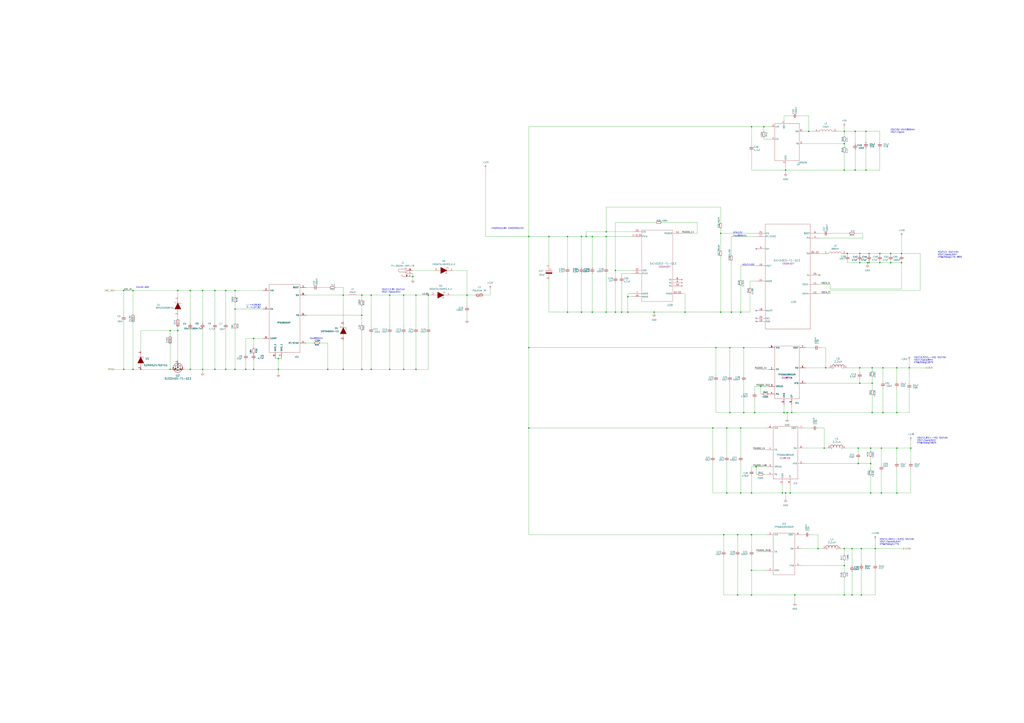
<source format=kicad_sch>
(kicad_sch (version 20231120) (generator "eeschema") (generator_version "8.0")
  (paper "A1")
  (title_block (title "RASBB") (date "2025-02-02") (rev "01") (company "Mina Daneshpajouh"))
  (lib_symbols
    (symbol "DC Jack:PJ-002AH-SMT-TR" (pin_names (offset 1.016))
      (property "Reference" "J" (at -7.6249 5.0833 0))
      (property "Value" "PJ-002AH-SMT-TR" (at -7.6244 -5.0829 0))
      (symbol "PJ-002AH-SMT-TR_0_0"
        (pin passive line (at 5.08 2.54 180) (length 5.08) (name "~") (number "1A"))
        (pin passive line (at 5.08 2.54 180) (length 5.08) (name "~") (number "1B"))
        (pin passive line (at 5.08 -2.54 180) (length 5.08) (name "~") (number "2"))
        (pin passive line (at 5.08 0 180) (length 5.08) (name "~") (number "3"))
      )
    )
    (symbol "Device:C_Small" (pin_numbers hide) (pin_names (offset 0.254) hide)
      (property "Reference" "C" (at 0.254 1.778 0))
      (property "Value" "C_Small" (at 0.254 -2.032 0))
      (symbol "C_Small_1_1"
        (pin passive line (at 0 2.54 270) (length 2.032) (name "~") (number "1"))
        (pin passive line (at 0 -2.54 90) (length 2.032) (name "~") (number "2"))
      )
    )
    (symbol "Device:L" (pin_numbers hide) (pin_names (offset 1.016) hide)
      (property "Reference" "L" (at -1.27 0 90))
      (property "Value" "L" (at 1.905 0 90))
      (symbol "L_1_1"
        (pin passive line (at 0 3.81 270) (length 1.27) (name "1") (number "1"))
        (pin passive line (at 0 -3.81 90) (length 1.27) (name "2") (number "2"))
      )
    )
    (symbol "Device:Polyfuse" (pin_numbers hide) (pin_names (offset 0))
      (property "Reference" "F" (at -2.54 0 90))
      (property "Value" "Polyfuse" (at 2.54 0 90))
      (symbol "Polyfuse_1_1"
        (pin passive line (at 0 3.81 270) (length 1.27) (name "~") (number "1"))
        (pin passive line (at 0 -3.81 90) (length 1.27) (name "~") (number "2"))
      )
    )
    (symbol "Device:R" (pin_numbers hide) (pin_names (offset 0))
      (property "Reference" "R" (at 2.032 0 90))
      (property "Value" "R" (at 0 0 90))
      (symbol "R_1_1"
        (pin passive line (at 0 3.81 270) (length 1.27) (name "~") (number "1"))
        (pin passive line (at 0 -3.81 90) (length 1.27) (name "~") (number "2"))
      )
    )
    (symbol "Device:R_Small" (pin_numbers hide) (pin_names (offset 0.254) hide)
      (property "Reference" "R" (at 0.762 0.508 0))
      (property "Value" "R_Small" (at 0.762 -1.016 0))
      (symbol "R_Small_1_1"
        (pin passive line (at 0 2.54 270) (length 0.762) (name "~") (number "1"))
        (pin passive line (at 0 -2.54 90) (length 0.762) (name "~") (number "2"))
      )
    )
    (symbol "JW5026_1"
      (property "Reference" "U7" (at 14.224 -27.178 0))
      (property "Value" "~" (at 15.24 -25.654 0))
      (symbol "JW5026_1_1_1"
        (pin input line (at 3.81 8.89 270) (length 2.54) (name "BST") (number "1"))
        (pin passive line (at 5.08 -26.67 90) (length 2.54) (name "GND") (number "2"))
        (pin input line (at 19.05 -10.16 180) (length 2.54) (name "FB") (number "3"))
        (pin input line (at -6.35 -6.35 0) (length 2.54) (name "EN") (number "4"))
        (pin power_in line (at -6.35 3.81 0) (length 2.54) (name "VIN") (number "5"))
        (pin output line (at 19.05 0 180) (length 2.54) (name "SW") (number "6"))
      )
    )
    (symbol "LOGW_Library:SI2324DS-T1-GE3" (pin_names (offset 0.254))
      (property "Reference" "U2" (at 12.7 0 90))
      (property "Value" "SI2324DS-T1-GE3" (at 15.24 0 90))
      (symbol "SI2324DS-T1-GE3_0_1"
        (pin unspecified line (at 0 0 0) (length 2.54) (name "G") (number "1"))
      )
      (symbol "SI2324DS-T1-GE3_1_1"
        (pin unspecified line (at 7.62 -5.08 90) (length 2.54) (name "S") (number "2"))
        (pin unspecified line (at 7.62 5.08 270) (length 2.54) (name "D") (number "3"))
      )
    )
    (symbol "LOGW_Library:SZMMSZ4702T1G" (pin_names (offset 0.254))
      (property "Reference" "U" (at 9.906 -4.572 0))
      (property "Value" "SZMMSZ4702T1G" (at 18.542 -6.604 0))
      (symbol "SZMMSZ4702T1G_0_0"
        (pin passive line (at 6.35 0 0) (length 2.54) (name "~") (number "1"))
        (pin passive line (at 21.59 0 180) (length 2.54) (name "~") (number "2"))
      )
    )
    (symbol "RASBB_Library:EEE-FP1V331AP" (pin_names (offset 0.762))
      (property "Reference" "C" (at 8.89 6.35 0))
      (property "Value" "EEE-FP1V331AP" (at 8.89 3.81 0))
      (symbol "EEE-FP1V331AP_0_0"
        (pin passive line (at 0 0 0) (length 2.54) (name "~") (number "1"))
        (pin passive line (at 12.7 0 180) (length 2.54) (name "~") (number "2"))
      )
    )
    (symbol "RASBB_Library:IHLP2525CZER220M1A" (pin_names (offset 0.254))
      (property "Reference" "L" (at 6.985 5.08 0))
      (property "Value" "IHLP2525CZER220M1A" (at 6.985 -2.54 0))
      (symbol "IHLP2525CZER220M1A_1_1"
        (pin unspecified line (at 15.24 0 180) (length 2.54) (name "1") (number "1"))
        (pin unspecified line (at 0 0 0) (length 2.54) (name "2") (number "2"))
      )
      (symbol "IHLP2525CZER220M1A_1_2"
        (pin unspecified line (at 0 15.24 270) (length 2.54) (name "1") (number "1"))
        (pin unspecified line (at 0 0 90) (length 2.54) (name "2") (number "2"))
      )
    )
    (symbol "RASBB_Library:IHLP4040DZERR36M01" (pin_names (offset 0.762))
      (property "Reference" "L" (at 16.51 6.35 0))
      (property "Value" "IHLP4040DZERR36M01" (at 16.51 3.81 0))
      (symbol "IHLP4040DZERR36M01_0_0"
        (pin passive line (at 0 0 0) (length 5.08) (name "~") (number "1"))
        (pin passive line (at 20.32 0 180) (length 5.08) (name "~") (number "2"))
      )
    )
    (symbol "RASBB_Library:MMSZ5255BT1G" (pin_names (offset 0.762))
      (property "Reference" "Z" (at 10.16 8.89 0))
      (property "Value" "MMSZ5255BT1G" (at 10.16 6.35 0))
      (symbol "MMSZ5255BT1G_0_0"
        (pin passive line (at 0 0 0) (length 2.54) (name "~") (number "1"))
        (pin passive line (at 15.24 0 180) (length 2.54) (name "~") (number "2"))
      )
    )
    (symbol "RASBB_Library:RT6365GSP" (pin_names (offset 0.762))
      (property "Reference" "IC" (at 23.876 -56.896 0))
      (property "Value" "RT6365GSP" (at 23.876 -59.436 0))
      (property "LCSC Part # " "C3024482" (at 26.162 -54.356 0))
      (symbol "RT6365GSP_0_0"
        (pin passive line (at 35.56 0 180) (length 5.08) (name "BOOT") (number "1"))
        (pin passive line (at 0 -2.54 0) (length 5.08) (name "VIN") (number "2"))
        (pin passive line (at 0 -17.78 0) (length 5.08) (name "EN") (number "3"))
        (pin passive line (at 35.56 -45.72 180) (length 5.08) (name "RT/SYNC") (number "4"))
        (pin passive line (at 35.56 -22.86 180) (length 5.08) (name "FB") (number "5"))
        (pin passive line (at 0 -41.91 0) (length 5.08) (name "COMP") (number "6"))
        (pin passive line (at 15.24 -58.42 90) (length 5.08) (name "GND_1") (number "7"))
        (pin passive line (at 35.56 -6.35 180) (length 5.08) (name "SW") (number "8"))
        (pin passive line (at 10.16 -58.42 90) (length 5.08) (name "GND_2") (number "9"))
      )
    )
    (symbol "RASBB_Library:SDT5A60SA-13" (pin_names (offset 0.762))
      (property "Reference" "D" (at 12.7 8.89 0))
      (property "Value" "SDT5A60SA-13" (at 12.7 6.35 0))
      (symbol "SDT5A60SA-13_0_0"
        (pin passive line (at 2.54 0 0) (length 2.54) (name "~") (number "1"))
        (pin passive line (at 17.78 0 180) (length 2.54) (name "~") (number "2"))
      )
    )
    (symbol "RASBB_Library:SIC450ED-T1-GE3" (pin_names (offset 0.254))
      (property "Reference" "U3" (at 30.734 -56.388 0))
      (property "Value" "SIC453ED-T1-GE3" (at 25.146 -22.352 0))
      (property "LCSC Part #" "C5334327" (at 26.416 -24.892 0))
      (symbol "SIC450ED-T1-GE3_1_1"
        (pin unspecified line (at 52.07 -41.91 180) (length 7.62) (name "VSEN-") (number "11"))
        (pin unspecified line (at 52.07 -49.53 180) (length 7.62) (name "VSEN+") (number "12"))
        (pin unspecified line (at 0 -39.37 0) (length 7.62) (name "ADDR") (number "14"))
        (pin unspecified line (at 0 -26.67 0) (length 7.62) (name "VSET") (number "15"))
        (pin unspecified line (at 0 -2.54 0) (length 7.62) (name "RT/SYNC") (number "17"))
        (pin unspecified line (at 0 -63.5 0) (length 7.62) (name "SALRT") (number "18"))
        (pin bidirectional line (at 0 -72.39 0) (length 7.62) (name "SDA") (number "19"))
        (pin input line (at 0 -69.85 0) (length 7.62) (name "SCL") (number "20"))
        (pin input line (at 0 0 0) (length 7.62) (name "EN") (number "21"))
        (pin unspecified line (at 52.07 -34.29 180) (length 7.62) (name "GL") (number "25"))
        (pin unspecified line (at 52.07 -16.51 180) (length 7.62) (name "SW") (number "26-31"))
        (pin input line (at 52.07 -3.81 180) (length 7.62) (name "PH") (number "4"))
        (pin input line (at 0 -12.7 0) (length 7.62) (name "GH") (number "5"))
        (pin power_out line (at 52.07 0 180) (length 7.62) (name "BOOT") (number "6"))
      )
      (symbol "SIC450ED-T1-GE3_2_1"
        (pin power_in line (at 0 0 0) (length 7.62) (name "PVIN") (number "1-3/34"))
        (pin no_connect line (at 40.64 -40.64 180) (length 7.62) (name "NC") (number "10"))
        (pin power_in line (at 40.64 2.54 180) (length 7.62) (name "PGOOD") (number "13"))
        (pin passive line (at 0 -49.53 0) (length 7.62) (name "AGND") (number "16"))
        (pin power_in line (at 0 -27.94 0) (length 7.62) (name "VDD") (number "22"))
        (pin power_in line (at 0 3.81 0) (length 7.62) (name "VIN") (number "23"))
        (pin power_in line (at 0 -30.48 0) (length 7.62) (name "PVCC") (number "24"))
        (pin passive line (at 40.64 -46.99 180) (length 7.62) (name "PGND") (number "32/33"))
        (pin passive line (at 0 -46.99 0) (length 7.62) (name "AGND") (number "7"))
        (pin no_connect line (at 40.64 -35.56 180) (length 7.62) (name "NC") (number "8"))
        (pin no_connect line (at 40.64 -38.1 180) (length 7.62) (name "NC") (number "9"))
      )
    )
    (symbol "RASBB_Library:TPS563201DDCR" (pin_names (offset 0.762))
      (property "Reference" "IC6" (at 13.97 7.62 0))
      (property "Value" "TPS563201DDCR" (at 13.97 5.08 0))
      (property "LCSC Part # " "C116592" (at 13.97 2.54 0))
      (symbol "TPS563201DDCR_0_0"
        (pin passive line (at 0 -30.48 0) (length 5.08) (name "GND") (number "1"))
        (pin output line (at 27.94 -12.7 180) (length 5.08) (name "SW") (number "2"))
        (pin power_in line (at 0 -1.27 0) (length 5.08) (name "VIN") (number "3"))
        (pin input line (at 27.94 -26.67 180) (length 5.08) (name "VFB") (number "4"))
        (pin input line (at 0 -15.24 0) (length 5.08) (name "EN") (number "5"))
        (pin output line (at 27.94 -1.27 180) (length 5.08) (name "VBST") (number "6"))
      )
    )
    (symbol "RASBB_Library:TPS56528DDAR" (pin_names (offset 0.762))
      (property "Reference" "IC" (at 22.606 -43.434 0))
      (property "Value" "TPS56528DDAR" (at 14.986 -55.626 0))
      (symbol "TPS56528DDAR_0_0"
        (pin input line (at 0 -16.51 0) (length 5.08) (name "EN") (number "1"))
        (pin input line (at 30.48 -27.94 180) (length 5.08) (name "VFB") (number "2"))
        (pin output line (at 0 -30.48 0) (length 5.08) (name "VREG5") (number "3"))
        (pin output line (at 0 -36.83 0) (length 5.08) (name "PG") (number "4"))
        (pin passive line (at 12.7 -45.72 90) (length 5.08) (name "GND") (number "5"))
        (pin output line (at 30.48 -15.24 180) (length 5.08) (name "SW") (number "6"))
        (pin output line (at 30.48 1.27 180) (length 5.08) (name "VBST") (number "7"))
        (pin power_in line (at 0 1.27 0) (length 5.08) (name "VIN") (number "8"))
        (pin passive line (at 19.05 -45.72 90) (length 5.08) (name "EP") (number "9"))
      )
    )
    (symbol "RASBB_Library:VSSAF5L45HM3_A_H" (pin_names (offset 0.762))
      (property "Reference" "D" (at 12.7 8.89 0))
      (property "Value" "VSSAF5L45HM3_A_H" (at 12.7 6.35 0))
      (symbol "VSSAF5L45HM3_A_H_0_0"
        (pin passive line (at 2.54 0 0) (length 2.54) (name "~") (number "1"))
        (pin passive line (at 17.78 0 180) (length 2.54) (name "~") (number "2"))
      )
    )
    (symbol "SIC450ED-T1-GE3_1" (pin_names (offset 0.254))
      (property "Reference" "U3" (at 30.734 -56.388 0))
      (property "Value" "SIC453ED-T1-GE3" (at 25.146 -22.352 0))
      (property "LCSC Part #" "C5334327" (at 26.416 -24.892 0))
      (symbol "SIC450ED-T1-GE3_1_1_1"
        (pin unspecified line (at 52.07 -41.91 180) (length 7.62) (name "VSEN-") (number "11"))
        (pin unspecified line (at 52.07 -49.53 180) (length 7.62) (name "VSEN+") (number "12"))
        (pin unspecified line (at 0 -39.37 0) (length 7.62) (name "ADDR") (number "14"))
        (pin unspecified line (at 0 -26.67 0) (length 7.62) (name "VSET") (number "15"))
        (pin unspecified line (at 0 -2.54 0) (length 7.62) (name "RT/SYNC") (number "17"))
        (pin unspecified line (at 0 -63.5 0) (length 7.62) (name "SALRT") (number "18"))
        (pin bidirectional line (at 0 -72.39 0) (length 7.62) (name "SDA") (number "19"))
        (pin input line (at 0 -69.85 0) (length 7.62) (name "SCL") (number "20"))
        (pin input line (at 0 0 0) (length 7.62) (name "EN") (number "21"))
        (pin unspecified line (at 52.07 -34.29 180) (length 7.62) (name "GL") (number "25"))
        (pin unspecified line (at 52.07 -16.51 180) (length 7.62) (name "SW") (number "26-31"))
        (pin input line (at 52.07 -3.81 180) (length 7.62) (name "PH") (number "4"))
        (pin input line (at 0 -12.7 0) (length 7.62) (name "GH") (number "5"))
        (pin power_out line (at 52.07 0 180) (length 7.62) (name "BOOT") (number "6"))
      )
      (symbol "SIC450ED-T1-GE3_1_2_1"
        (pin power_in line (at 0 0 0) (length 7.62) (name "PVIN") (number "1-3/34"))
        (pin no_connect line (at 40.64 -40.64 180) (length 7.62) (name "NC") (number "10"))
        (pin power_in line (at 40.64 2.54 180) (length 7.62) (name "PGOOD") (number "13"))
        (pin passive line (at 0 -49.53 0) (length 7.62) (name "AGND") (number "16"))
        (pin power_in line (at 0 -27.94 0) (length 7.62) (name "VDD") (number "22"))
        (pin power_in line (at 0 3.81 0) (length 7.62) (name "VIN") (number "23"))
        (pin power_in line (at 0 -30.48 0) (length 7.62) (name "PVCC") (number "24"))
        (pin passive line (at 40.64 -46.99 180) (length 7.62) (name "PGND") (number "32/33"))
        (pin passive line (at 0 -46.99 0) (length 7.62) (name "AGND") (number "7"))
        (pin no_connect line (at 40.64 -35.56 180) (length 7.62) (name "NC") (number "8"))
        (pin no_connect line (at 40.64 -38.1 180) (length 7.62) (name "NC") (number "9"))
      )
    )
    (symbol "power:+12V" (power) (pin_numbers hide) (pin_names (offset 0) hide)
      (property "Value" "+12V" (at 0 3.556 0))
      (symbol "+12V_1_1"
        (pin power_in line (at 0 0 90) (length 0) (name "~") (number "1"))
      )
    )
    (symbol "power:+1V0" (power) (pin_numbers hide) (pin_names (offset 0) hide)
      (property "Value" "+1V0" (at 0 3.556 0))
      (symbol "+1V0_1_1"
        (pin power_in line (at 0 0 90) (length 0) (name "~") (number "1"))
      )
    )
    (symbol "power:+1V35" (power) (pin_numbers hide) (pin_names (offset 0) hide)
      (property "Value" "+1V35" (at 0 3.556 0))
      (symbol "+1V35_1_1"
        (pin power_in line (at 0 0 90) (length 0) (name "~") (number "1"))
      )
    )
    (symbol "power:+1V8" (power) (pin_numbers hide) (pin_names (offset 0) hide)
      (property "Value" "+1V8" (at 0 3.556 0))
      (symbol "+1V8_1_1"
        (pin power_in line (at 0 0 90) (length 0) (name "~") (number "1"))
      )
    )
    (symbol "power:+3.3V" (power) (pin_numbers hide) (pin_names (offset 0) hide)
      (property "Value" "+3.3V" (at 0 3.556 0))
      (symbol "+3.3V_1_1"
        (pin power_in line (at 0 0 90) (length 0) (name "~") (number "1"))
      )
    )
    (symbol "power:+5V" (power) (pin_numbers hide) (pin_names (offset 0) hide)
      (property "Value" "+5V" (at 0 3.556 0))
      (symbol "+5V_1_1"
        (pin power_in line (at 0 0 90) (length 0) (name "~") (number "1"))
      )
    )
    (symbol "power:GND" (power) (pin_numbers hide) (pin_names (offset 0) hide)
      (property "Value" "GND" (at 0 -3.81 0))
      (symbol "GND_1_1"
        (pin power_in line (at 0 0 270) (length 0) (name "~") (number "1"))
      )
    )
  )
  (junction (at 731.52 215.9))
  (junction (at 466.09 256.54))
  (junction (at 706.12 208.28))
  (junction (at 185.42 303.53))
  (junction (at 693.42 118.11))
  (junction (at 193.04 303.53))
  (junction (at 434.34 194.31))
  (junction (at 109.22 303.53))
  (junction (at 208.28 303.53))
  (junction (at 693.42 139.7))
  (junction (at 497.84 194.31))
  (junction (at 617.22 405.13))
  (junction (at 486.41 256.54))
  (junction (at 596.9 351.79))
  (junction (at 585.47 351.79))
  (junction (at 497.84 190.5))
  (junction (at 699.77 450.85))
  (junction (at 515.62 256.54))
  (junction (at 599.44 339.09))
  (junction (at 619.76 339.09))
  (junction (at 693.42 107.95))
  (junction (at 731.52 208.28))
  (junction (at 383.54 242.57))
  (junction (at 617.22 468.63))
  (junction (at 594.36 439.42))
  (junction (at 642.62 405.13))
  (junction (at 605.79 488.95))
  (junction (at 736.6 302.26))
  (junction (at 208.28 278.13))
  (junction (at 652.78 488.95))
  (junction (at 201.93 303.53))
  (junction (at 537.21 256.54))
  (junction (at 716.28 339.09))
  (junction (at 515.62 243.84))
  (junction (at 562.61 256.54))
  (junction (at 740.41 208.28))
  (junction (at 185.42 238.76))
  (junction (at 627.38 104.14))
  (junction (at 648.97 405.13))
  (junction (at 486.41 194.31))
  (junction (at 101.6 238.76))
  (junction (at 706.12 302.26))
  (junction (at 610.87 285.75))
  (junction (at 693.42 488.95))
  (junction (at 176.53 238.76))
  (junction (at 610.87 339.09))
  (junction (at 341.63 242.57))
  (junction (at 466.09 194.31))
  (junction (at 693.42 450.85))
  (junction (at 715.01 405.13))
  (junction (at 304.8 242.57))
  (junction (at 115.57 303.53))
  (junction (at 297.18 242.57))
  (junction (at 715.01 381))
  (junction (at 505.46 256.54))
  (junction (at 624.84 317.5))
  (junction (at 320.04 242.57))
  (junction (at 704.85 368.3))
  (junction (at 320.04 303.53))
  (junction (at 351.79 242.57))
  (junction (at 146.05 238.76))
  (junction (at 702.31 107.95))
  (junction (at 608.33 405.13))
  (junction (at 510.54 256.54))
  (junction (at 723.9 368.3))
  (junction (at 193.04 238.76))
  (junction (at 228.6 303.53))
  (junction (at 646.43 339.09))
  (junction (at 707.39 488.95))
  (junction (at 664.21 107.95))
  (junction (at 156.21 303.53))
  (junction (at 331.47 242.57))
  (junction (at 331.47 303.53))
  (junction (at 608.33 351.79))
  (junction (at 156.21 238.76))
  (junction (at 608.33 256.54))
  (junction (at 617.22 439.42))
  (junction (at 101.6 303.53))
  (junction (at 269.24 303.53))
  (junction (at 736.6 405.13))
  (junction (at 645.16 405.13))
  (junction (at 497.84 256.54))
  (junction (at 716.28 302.26))
  (junction (at 736.6 368.3))
  (junction (at 718.82 450.85))
  (junction (at 706.12 215.9))
  (junction (at 713.74 215.9))
  (junction (at 304.8 303.53))
  (junction (at 643.89 339.09))
  (junction (at 166.37 238.76))
  (junction (at 711.2 107.95))
  (junction (at 146.05 271.78))
  (junction (at 139.7 303.53))
  (junction (at 228.6 294.64))
  (junction (at 600.71 256.54))
  (junction (at 109.22 238.76))
  (junction (at 617.22 488.95))
  (junction (at 596.9 405.13))
  (junction (at 707.39 450.85))
  (junction (at 676.91 368.3))
  (junction (at 341.63 303.53))
  (junction (at 588.01 285.75))
  (junction (at 450.85 194.31))
  (junction (at 645.16 139.7))
  (junction (at 591.82 191.77))
  (junction (at 704.85 381))
  (junction (at 477.52 194.31))
  (junction (at 650.24 339.09))
  (junction (at 477.52 256.54))
  (junction (at 605.79 439.42))
  (junction (at 722.63 208.28))
  (junction (at 725.17 302.26))
  (junction (at 722.63 215.9))
  (junction (at 678.18 302.26))
  (junction (at 712.47 215.9))
  (junction (at 281.94 303.53))
  (junction (at 706.12 314.96))
  (junction (at 711.2 139.7))
  (junction (at 746.76 302.26))
  (junction (at 671.83 450.85))
  (junction (at 713.74 208.28))
  (junction (at 297.18 259.08))
  (junction (at 166.37 303.53))
  (junction (at 693.42 464.82))
  (junction (at 723.9 405.13))
  (junction (at 505.46 222.25))
  (junction (at 339.09 227.33))
  (junction (at 736.6 339.09))
  (junction (at 193.04 254))
  (junction (at 434.34 285.75))
  (junction (at 591.82 256.54))
  (junction (at 281.94 242.57))
  (junction (at 715.01 368.3))
  (junction (at 297.18 303.53))
  (junction (at 176.53 303.53))
  (junction (at 748.03 368.3))
  (junction (at 699.77 488.95))
  (junction (at 481.33 194.31))
  (junction (at 725.17 339.09))
  (junction (at 599.44 285.75))
  (junction (at 139.7 271.78))
  (junction (at 740.41 215.9))
  (junction (at 702.31 139.7))
  (junction (at 716.28 314.96))
  (junction (at 621.03 383.54))
  (junction (at 434.34 351.79))
  (junction (at 617.22 104.14))
  (junction (at 695.96 208.28))
  (no_connect (at 673.1 226.06))
  (no_connect (at 621.03 204.47))
  (no_connect (at 621.03 255.27))
  (no_connect (at 621.03 264.16))
  (no_connect (at 621.03 261.62))
  (wire (pts (xy 372.11 222.25) (xy 383.54 222.25)))
  (wire (pts (xy 331.47 274.32) (xy 331.47 303.53)))
  (wire (pts (xy 617.22 488.95) (xy 652.78 488.95)))
  (wire (pts (xy 702.31 107.95) (xy 711.2 107.95)))
  (wire (pts (xy 166.37 270.51) (xy 166.37 303.53)))
  (wire (pts (xy 176.53 238.76) (xy 185.42 238.76)))
  (wire (pts (xy 101.6 303.53) (xy 109.22 303.53)))
  (wire (pts (xy 671.83 439.42) (xy 671.83 450.85)))
  (wire (pts (xy 619.76 303.53) (xy 631.19 303.53)))
  (wire (pts (xy 594.36 439.42) (xy 594.36 452.12)))
  (wire (pts (xy 718.82 450.85) (xy 741.68 450.85)))
  (wire (pts (xy 397.51 242.57) (xy 402.59 242.57)))
  (wire (pts (xy 146.05 271.78) (xy 146.05 295.91)))
  (wire (pts (xy 671.83 351.79) (xy 676.91 351.79)))
  (wire (pts (xy 693.42 474.98) (xy 693.42 488.95)))
  (wire (pts (xy 351.79 274.32) (xy 351.79 303.53)))
  (wire (pts (xy 736.6 405.13) (xy 736.6 384.81)))
  (wire (pts (xy 633.73 104.14) (xy 627.38 104.14)))
  (wire (pts (xy 646.43 339.09) (xy 646.43 344.17)))
  (wire (pts (xy 715.01 391.16) (xy 715.01 405.13)))
  (wire (pts (xy 695.96 302.26) (xy 706.12 302.26)))
  (wire (pts (xy 693.42 125.73) (xy 693.42 139.7)))
  (wire (pts (xy 646.43 339.09) (xy 650.24 339.09)))
  (wire (pts (xy 695.96 214.63) (xy 695.96 215.9)))
  (wire (pts (xy 746.76 339.09) (xy 736.6 339.09)))
  (wire (pts (xy 736.6 339.09) (xy 725.17 339.09)))
  (wire (pts (xy 304.8 242.57) (xy 320.04 242.57)))
  (wire (pts (xy 510.54 232.41) (xy 510.54 256.54)))
  (wire (pts (xy 486.41 224.79) (xy 486.41 256.54)))
  (wire (pts (xy 146.05 259.08) (xy 146.05 261.62)))
  (wire (pts (xy 297.18 242.57) (xy 297.18 246.38)))
  (wire (pts (xy 675.64 450.85) (xy 671.83 450.85)))
  (wire (pts (xy 731.52 208.28) (xy 740.41 208.28)))
  (wire (pts (xy 281.94 242.57) (xy 281.94 264.16)))
  (wire (pts (xy 591.82 187.96) (xy 591.82 191.77)))
  (wire (pts (xy 676.91 351.79) (xy 676.91 368.3)))
  (wire (pts (xy 139.7 271.78) (xy 146.05 271.78)))
  (wire (pts (xy 704.85 368.3) (xy 704.85 372.11)))
  (wire (pts (xy 585.47 405.13) (xy 596.9 405.13)))
  (wire (pts (xy 608.33 234.95) (xy 608.33 256.54)))
  (wire (pts (xy 515.62 241.3) (xy 515.62 243.84)))
  (wire (pts (xy 608.33 218.44) (xy 608.33 229.87)))
  (wire (pts (xy 619.76 339.09) (xy 643.89 339.09)))
  (wire (pts (xy 466.09 256.54) (xy 450.85 256.54)))
  (wire (pts (xy 510.54 224.79) (xy 510.54 227.33)))
  (wire (pts (xy 101.6 238.76) (xy 109.22 238.76)))
  (wire (pts (xy 746.76 302.26) (xy 746.76 314.96)))
  (wire (pts (xy 706.12 215.9) (xy 712.47 215.9)))
  (wire (pts (xy 748.03 405.13) (xy 736.6 405.13)))
  (wire (pts (xy 736.6 302.26) (xy 746.76 302.26)))
  (wire (pts (xy 560.07 241.3) (xy 562.61 241.3)))
  (wire (pts (xy 707.39 450.85) (xy 718.82 450.85)))
  (wire (pts (xy 681.99 237.49) (xy 681.99 233.68)))
  (wire (pts (xy 723.9 368.3) (xy 736.6 368.3)))
  (wire (pts (xy 657.86 439.42) (xy 660.4 439.42)))
  (wire (pts (xy 156.21 270.51) (xy 156.21 303.53)))
  (wire (pts (xy 708.66 195.58) (xy 708.66 191.77)))
  (wire (pts (xy 193.04 238.76) (xy 215.9 238.76)))
  (wire (pts (xy 176.53 303.53) (xy 185.42 303.53)))
  (wire (pts (xy 673.1 208.28) (xy 675.64 208.28)))
  (wire (pts (xy 434.34 285.75) (xy 434.34 351.79)))
  (wire (pts (xy 722.63 208.28) (xy 731.52 208.28)))
  (wire (pts (xy 746.76 320.04) (xy 746.76 339.09)))
  (wire (pts (xy 486.41 194.31) (xy 497.84 194.31)))
  (wire (pts (xy 621.03 453.39) (xy 629.92 453.39)))
  (wire (pts (xy 339.09 229.87) (xy 339.09 227.33)))
  (wire (pts (xy 537.21 256.54) (xy 537.21 257.81)))
  (wire (pts (xy 201.93 290.83) (xy 201.93 278.13)))
  (wire (pts (xy 339.09 224.79) (xy 339.09 227.33)))
  (wire (pts (xy 650.24 332.74) (xy 650.24 339.09)))
  (wire (pts (xy 693.42 450.85) (xy 699.77 450.85)))
  (wire (pts (xy 497.84 224.79) (xy 497.84 256.54)))
  (wire (pts (xy 722.63 107.95) (xy 722.63 116.84)))
  (wire (pts (xy 619.76 327.66) (xy 619.76 339.09)))
  (wire (pts (xy 706.12 208.28) (xy 713.74 208.28)))
  (wire (pts (xy 466.09 224.79) (xy 466.09 256.54)))
  (wire (pts (xy 383.54 222.25) (xy 383.54 242.57)))
  (wire (pts (xy 740.41 214.63) (xy 740.41 215.9)))
  (wire (pts (xy 185.42 303.53) (xy 193.04 303.53)))
  (wire (pts (xy 678.18 285.75) (xy 678.18 302.26)))
  (wire (pts (xy 652.78 488.95) (xy 652.78 495.3)))
  (wire (pts (xy 109.22 238.76) (xy 109.22 257.81)))
  (wire (pts (xy 723.9 387.35) (xy 723.9 405.13)))
  (wire (pts (xy 519.43 224.79) (xy 510.54 224.79)))
  (wire (pts (xy 339.09 222.25) (xy 356.87 222.25)))
  (wire (pts (xy 341.63 242.57) (xy 351.79 242.57)))
  (wire (pts (xy 599.44 339.09) (xy 610.87 339.09)))
  (wire (pts (xy 661.67 302.26) (xy 678.18 302.26)))
  (wire (pts (xy 477.52 219.71) (xy 477.52 194.31)))
  (wire (pts (xy 718.82 468.63) (xy 718.82 488.95)))
  (wire (pts (xy 599.44 285.75) (xy 599.44 308.61)))
  (wire (pts (xy 262.89 281.94) (xy 269.24 281.94)))
  (wire (pts (xy 706.12 208.28) (xy 706.12 209.55)))
  (wire (pts (xy 281.94 236.22) (xy 281.94 242.57)))
  (wire (pts (xy 497.84 170.18) (xy 497.84 190.5)))
  (wire (pts (xy 588.01 313.69) (xy 588.01 339.09)))
  (wire (pts (xy 156.21 303.53) (xy 166.37 303.53)))
  (wire (pts (xy 681.99 241.3) (xy 681.99 238.76)))
  (wire (pts (xy 713.74 208.28) (xy 713.74 209.55)))
  (wire (pts (xy 588.01 285.75) (xy 599.44 285.75)))
  (wire (pts (xy 608.33 351.79) (xy 608.33 374.65)))
  (wire (pts (xy 699.77 488.95) (xy 707.39 488.95)))
  (wire (pts (xy 716.28 314.96) (xy 716.28 320.04)))
  (wire (pts (xy 251.46 281.94) (xy 257.81 281.94)))
  (wire (pts (xy 486.41 256.54) (xy 497.84 256.54)))
  (wire (pts (xy 320.04 274.32) (xy 320.04 303.53)))
  (wire (pts (xy 621.03 383.54) (xy 629.92 383.54)))
  (wire (pts (xy 673.1 285.75) (xy 678.18 285.75)))
  (wire (pts (xy 201.93 295.91) (xy 201.93 303.53)))
  (wire (pts (xy 588.01 285.75) (xy 588.01 308.61)))
  (wire (pts (xy 617.22 139.7) (xy 645.16 139.7)))
  (wire (pts (xy 585.47 351.79) (xy 585.47 374.65)))
  (wire (pts (xy 201.93 278.13) (xy 208.28 278.13)))
  (wire (pts (xy 693.42 464.82) (xy 693.42 469.9)))
  (wire (pts (xy 208.28 295.91) (xy 208.28 303.53)))
  (wire (pts (xy 351.79 242.57) (xy 354.33 242.57)))
  (wire (pts (xy 645.16 139.7) (xy 693.42 139.7)))
  (wire (pts (xy 572.77 182.88) (xy 572.77 191.77)))
  (wire (pts (xy 101.6 264.16) (xy 101.6 303.53)))
  (wire (pts (xy 699.77 450.85) (xy 699.77 464.82)))
  (wire (pts (xy 519.43 222.25) (xy 505.46 222.25)))
  (wire (pts (xy 716.28 304.8) (xy 716.28 302.26)))
  (wire (pts (xy 596.9 351.79) (xy 608.33 351.79)))
  (wire (pts (xy 398.78 194.31) (xy 434.34 194.31)))
  (wire (pts (xy 596.9 351.79) (xy 596.9 374.65)))
  (wire (pts (xy 369.57 242.57) (xy 383.54 242.57)))
  (wire (pts (xy 605.79 488.95) (xy 594.36 488.95)))
  (wire (pts (xy 208.28 303.53) (xy 228.6 303.53)))
  (wire (pts (xy 642.62 405.13) (xy 642.62 398.78)))
  (wire (pts (xy 193.04 254) (xy 215.9 254)))
  (wire (pts (xy 695.96 215.9) (xy 706.12 215.9)))
  (wire (pts (xy 486.41 219.71) (xy 486.41 194.31)))
  (wire (pts (xy 736.6 368.3) (xy 748.03 368.3)))
  (wire (pts (xy 228.6 294.64) (xy 231.14 294.64)))
  (wire (pts (xy 629.92 439.42) (xy 617.22 439.42)))
  (wire (pts (xy 650.24 339.09) (xy 716.28 339.09)))
  (wire (pts (xy 226.06 294.64) (xy 228.6 294.64)))
  (wire (pts (xy 93.98 238.76) (xy 101.6 238.76)))
  (wire (pts (xy 652.78 488.95) (xy 693.42 488.95)))
  (wire (pts (xy 331.47 242.57) (xy 341.63 242.57)))
  (wire (pts (xy 497.84 194.31) (xy 519.43 194.31)))
  (wire (pts (xy 706.12 311.15) (xy 706.12 314.96)))
  (wire (pts (xy 664.21 107.95) (xy 659.13 107.95)))
  (wire (pts (xy 605.79 439.42) (xy 605.79 452.12)))
  (wire (pts (xy 281.94 279.4) (xy 281.94 303.53)))
  (wire (pts (xy 645.16 405.13) (xy 642.62 405.13)))
  (wire (pts (xy 643.89 339.09) (xy 643.89 332.74)))
  (wire (pts (xy 715.01 375.92) (xy 715.01 381)))
  (wire (pts (xy 600.71 256.54) (xy 608.33 256.54)))
  (wire (pts (xy 645.16 139.7) (xy 645.16 142.24)))
  (wire (pts (xy 538.48 182.88) (xy 505.46 182.88)))
  (wire (pts (xy 621.03 218.44) (xy 608.33 218.44)))
  (wire (pts (xy 621.03 194.31) (xy 600.71 194.31)))
  (wire (pts (xy 680.72 191.77) (xy 697.23 191.77)))
  (wire (pts (xy 715.01 368.3) (xy 704.85 368.3)))
  (wire (pts (xy 139.7 271.78) (xy 139.7 275.59)))
  (wire (pts (xy 505.46 222.25) (xy 505.46 227.33)))
  (wire (pts (xy 515.62 243.84) (xy 515.62 256.54)))
  (wire (pts (xy 588.01 339.09) (xy 599.44 339.09)))
  (wire (pts (xy 716.28 339.09) (xy 725.17 339.09)))
  (wire (pts (xy 600.71 194.31) (xy 600.71 209.55)))
  (wire (pts (xy 627.38 389.89) (xy 629.92 389.89)))
  (wire (pts (xy 320.04 242.57) (xy 320.04 269.24)))
  (wire (pts (xy 617.22 439.42) (xy 605.79 439.42)))
  (wire (pts (xy 466.09 194.31) (xy 466.09 219.71)))
  (wire (pts (xy 617.22 383.54) (xy 617.22 386.08)))
  (wire (pts (xy 297.18 303.53) (xy 304.8 303.53)))
  (wire (pts (xy 481.33 190.5) (xy 497.84 190.5)))
  (wire (pts (xy 748.03 384.81) (xy 748.03 405.13)))
  (wire (pts (xy 660.4 381) (xy 704.85 381)))
  (wire (pts (xy 627.38 113.03) (xy 627.38 114.3)))
  (wire (pts (xy 615.95 241.3) (xy 615.95 256.54)))
  (wire (pts (xy 617.22 468.63) (xy 629.92 468.63)))
  (wire (pts (xy 585.47 351.79) (xy 596.9 351.79)))
  (wire (pts (xy 572.77 191.77) (xy 560.07 191.77)))
  (wire (pts (xy 740.41 237.49) (xy 681.99 237.49)))
  (wire (pts (xy 716.28 309.88) (xy 716.28 314.96)))
  (wire (pts (xy 562.61 256.54) (xy 591.82 256.54)))
  (wire (pts (xy 297.18 242.57) (xy 304.8 242.57)))
  (wire (pts (xy 109.22 303.53) (xy 115.57 303.53)))
  (wire (pts (xy 596.9 405.13) (xy 608.33 405.13)))
  (wire (pts (xy 645.16 405.13) (xy 648.97 405.13)))
  (wire (pts (xy 434.34 104.14) (xy 434.34 194.31)))
  (wire (pts (xy 715.01 370.84) (xy 715.01 368.3)))
  (wire (pts (xy 619.76 317.5) (xy 619.76 322.58)))
  (wire (pts (xy 269.24 303.53) (xy 281.94 303.53)))
  (wire (pts (xy 627.38 114.3) (xy 633.73 114.3)))
  (wire (pts (xy 608.33 405.13) (xy 617.22 405.13)))
  (wire (pts (xy 722.63 215.9) (xy 722.63 214.63)))
  (wire (pts (xy 660.4 368.3) (xy 676.91 368.3)))
  (wire (pts (xy 716.28 302.26) (xy 706.12 302.26)))
  (wire (pts (xy 466.09 256.54) (xy 477.52 256.54)))
  (wire (pts (xy 755.65 238.76) (xy 755.65 208.28)))
  (wire (pts (xy 688.34 107.95) (xy 693.42 107.95)))
  (wire (pts (xy 665.48 439.42) (xy 671.83 439.42)))
  (wire (pts (xy 678.18 302.26) (xy 680.72 302.26)))
  (wire (pts (xy 600.71 214.63) (xy 600.71 256.54)))
  (wire (pts (xy 101.6 238.76) (xy 101.6 259.08)))
  (wire (pts (xy 723.9 405.13) (xy 736.6 405.13)))
  (wire (pts (xy 331.47 242.57) (xy 331.47 269.24)))
  (wire (pts (xy 156.21 265.43) (xy 156.21 238.76)))
  (wire (pts (xy 748.03 361.95) (xy 748.03 368.3)))
  (wire (pts (xy 713.74 208.28) (xy 722.63 208.28)))
  (wire (pts (xy 515.62 243.84) (xy 519.43 243.84)))
  (wire (pts (xy 713.74 215.9) (xy 713.74 214.63)))
  (wire (pts (xy 193.04 254) (xy 193.04 265.43)))
  (wire (pts (xy 562.61 241.3) (xy 562.61 256.54)))
  (wire (pts (xy 706.12 215.9) (xy 706.12 214.63)))
  (wire (pts (xy 341.63 242.57) (xy 341.63 269.24)))
  (wire (pts (xy 466.09 194.31) (xy 477.52 194.31)))
  (wire (pts (xy 702.31 139.7) (xy 711.2 139.7)))
  (wire (pts (xy 610.87 313.69) (xy 610.87 339.09)))
  (wire (pts (xy 740.41 215.9) (xy 740.41 237.49)))
  (wire (pts (xy 736.6 318.77) (xy 736.6 339.09)))
  (wire (pts (xy 297.18 259.08) (xy 297.18 266.7)))
  (wire (pts (xy 661.67 314.96) (xy 706.12 314.96)))
  (wire (pts (xy 450.85 194.31) (xy 450.85 217.17)))
  (wire (pts (xy 497.84 256.54) (xy 505.46 256.54)))
  (wire (pts (xy 585.47 379.73) (xy 585.47 405.13)))
  (wire (pts (xy 275.59 236.22) (xy 281.94 236.22)))
  (wire (pts (xy 304.8 242.57) (xy 304.8 269.24)))
  (wire (pts (xy 477.52 224.79) (xy 477.52 256.54)))
  (wire (pts (xy 605.79 457.2) (xy 605.79 488.95)))
  (wire (pts (xy 731.52 215.9) (xy 731.52 214.63)))
  (wire (pts (xy 383.54 256.54) (xy 383.54 262.89)))
  (wire (pts (xy 740.41 208.28) (xy 755.65 208.28)))
  (wire (pts (xy 704.85 377.19) (xy 704.85 381)))
  (wire (pts (xy 193.04 248.92) (xy 193.04 254)))
  (wire (pts (xy 591.82 191.77) (xy 621.03 191.77)))
  (wire (pts (xy 151.13 303.53) (xy 156.21 303.53)))
  (wire (pts (xy 746.76 302.26) (xy 760.73 302.26)))
  (wire (pts (xy 736.6 302.26) (xy 736.6 313.69)))
  (wire (pts (xy 617.22 391.16) (xy 617.22 405.13)))
  (wire (pts (xy 645.16 139.7) (xy 645.16 134.62)))
  (wire (pts (xy 594.36 488.95) (xy 594.36 457.2)))
  (wire (pts (xy 383.54 242.57) (xy 389.89 242.57)))
  (wire (pts (xy 664.21 107.95) (xy 668.02 107.95)))
  (wire (pts (xy 693.42 118.11) (xy 693.42 120.65)))
  (wire (pts (xy 704.85 381) (xy 715.01 381)))
  (wire (pts (xy 746.76 295.91) (xy 746.76 302.26)))
  (wire (pts (xy 605.79 439.42) (xy 594.36 439.42)))
  (wire (pts (xy 166.37 303.53) (xy 176.53 303.53)))
  (wire (pts (xy 706.12 314.96) (xy 716.28 314.96)))
  (wire (pts (xy 269.24 303.53) (xy 228.6 303.53)))
  (wire (pts (xy 711.2 139.7) (xy 711.2 121.92)))
  (wire (pts (xy 497.84 194.31) (xy 497.84 219.71)))
  (wire (pts (xy 537.21 256.54) (xy 562.61 256.54)))
  (wire (pts (xy 320.04 242.57) (xy 331.47 242.57)))
  (wire (pts (xy 615.95 256.54) (xy 608.33 256.54)))
  (wire (pts (xy 693.42 107.95) (xy 693.42 111.76)))
  (wire (pts (xy 693.42 107.95) (xy 702.31 107.95)))
  (wire (pts (xy 618.49 369.57) (xy 629.92 369.57)))
  (wire (pts (xy 676.91 368.3) (xy 679.45 368.3)))
  (wire (pts (xy 481.33 194.31) (xy 486.41 194.31)))
  (wire (pts (xy 351.79 242.57) (xy 351.79 269.24)))
  (wire (pts (xy 201.93 303.53) (xy 208.28 303.53)))
  (wire (pts (xy 693.42 461.01) (xy 693.42 464.82)))
  (wire (pts (xy 716.28 325.12) (xy 716.28 339.09)))
  (wire (pts (xy 115.57 271.78) (xy 139.7 271.78)))
  (wire (pts (xy 699.77 450.85) (xy 707.39 450.85)))
  (wire (pts (xy 139.7 303.53) (xy 140.97 303.53)))
  (wire (pts (xy 297.18 259.08) (xy 251.46 259.08)))
  (wire (pts (xy 434.34 439.42) (xy 594.36 439.42)))
  (wire (pts (xy 736.6 368.3) (xy 736.6 379.73)))
  (wire (pts (xy 627.38 104.14) (xy 627.38 107.95)))
  (wire (pts (xy 402.59 237.49) (xy 402.59 242.57)))
  (wire (pts (xy 711.2 107.95) (xy 722.63 107.95)))
  (wire (pts (xy 166.37 238.76) (xy 166.37 265.43)))
  (wire (pts (xy 505.46 256.54) (xy 510.54 256.54)))
  (wire (pts (xy 681.99 238.76) (xy 755.65 238.76)))
  (wire (pts (xy 617.22 488.95) (xy 605.79 488.95)))
  (wire (pts (xy 93.98 303.53) (xy 101.6 303.53)))
  (wire (pts (xy 740.41 194.31) (xy 740.41 208.28)))
  (wire (pts (xy 398.78 138.43) (xy 398.78 194.31)))
  (wire (pts (xy 193.04 270.51) (xy 193.04 303.53)))
  (wire (pts (xy 320.04 303.53) (xy 331.47 303.53)))
  (wire (pts (xy 645.16 405.13) (xy 645.16 410.21)))
  (wire (pts (xy 193.04 303.53) (xy 201.93 303.53)))
  (wire (pts (xy 109.22 265.43) (xy 109.22 303.53)))
  (wire (pts (xy 228.6 303.53) (xy 228.6 307.34)))
  (wire (pts (xy 657.86 450.85) (xy 671.83 450.85)))
  (wire (pts (xy 610.87 285.75) (xy 610.87 308.61)))
  (wire (pts (xy 608.33 351.79) (xy 629.92 351.79)))
  (wire (pts (xy 510.54 256.54) (xy 515.62 256.54)))
  (wire (pts (xy 617.22 104.14) (xy 617.22 119.38)))
  (wire (pts (xy 617.22 383.54) (xy 621.03 383.54)))
  (wire (pts (xy 725.17 302.26) (xy 736.6 302.26)))
  (wire (pts (xy 624.84 323.85) (xy 626.11 323.85)))
  (wire (pts (xy 731.52 209.55) (xy 731.52 208.28)))
  (wire (pts (xy 621.03 389.89) (xy 622.3 389.89)))
  (wire (pts (xy 718.82 450.85) (xy 718.82 463.55)))
  (wire (pts (xy 293.37 242.57) (xy 297.18 242.57)))
  (wire (pts (xy 193.04 238.76) (xy 193.04 243.84)))
  (wire (pts (xy 176.53 270.51) (xy 176.53 303.53)))
  (wire (pts (xy 673.1 233.68) (xy 681.99 233.68)))
  (wire (pts (xy 481.33 190.5) (xy 481.33 194.31)))
  (wire (pts (xy 673.1 191.77) (xy 675.64 191.77)))
  (wire (pts (xy 505.46 222.25) (xy 505.46 182.88)))
  (wire (pts (xy 715.01 405.13) (xy 723.9 405.13)))
  (wire (pts (xy 706.12 302.26) (xy 706.12 306.07)))
  (wire (pts (xy 109.22 238.76) (xy 146.05 238.76)))
  (wire (pts (xy 617.22 468.63) (xy 617.22 488.95)))
  (wire (pts (xy 748.03 368.3) (xy 748.03 379.73)))
  (wire (pts (xy 615.95 236.22) (xy 615.95 231.14)))
  (wire (pts (xy 624.84 317.5) (xy 624.84 323.85)))
  (wire (pts (xy 617.22 405.13) (xy 642.62 405.13)))
  (wire (pts (xy 646.43 339.09) (xy 643.89 339.09)))
  (wire (pts (xy 297.18 251.46) (xy 297.18 259.08)))
  (wire (pts (xy 722.63 215.9) (xy 731.52 215.9)))
  (wire (pts (xy 693.42 450.85) (xy 693.42 455.93)))
  (wire (pts (xy 693.42 488.95) (xy 699.77 488.95)))
  (wire (pts (xy 297.18 271.78) (xy 297.18 303.53)))
  (wire (pts (xy 695.96 208.28) (xy 695.96 209.55)))
  (wire (pts (xy 515.62 256.54) (xy 537.21 256.54)))
  (wire (pts (xy 673.1 195.58) (xy 708.66 195.58)))
  (wire (pts (xy 722.63 208.28) (xy 722.63 209.55)))
  (wire (pts (xy 281.94 242.57) (xy 285.75 242.57)))
  (wire (pts (xy 434.34 194.31) (xy 450.85 194.31)))
  (wire (pts (xy 166.37 306.07) (xy 166.37 303.53)))
  (wire (pts (xy 627.38 104.14) (xy 617.22 104.14)))
  (wire (pts (xy 156.21 238.76) (xy 166.37 238.76)))
  (wire (pts (xy 591.82 205.74) (xy 591.82 191.77)))
  (wire (pts (xy 713.74 215.9) (xy 722.63 215.9)))
  (wire (pts (xy 711.2 107.95) (xy 711.2 116.84)))
  (wire (pts (xy 591.82 256.54) (xy 600.71 256.54)))
  (wire (pts (xy 610.87 339.09) (xy 619.76 339.09)))
  (wire (pts (xy 434.34 194.31) (xy 434.34 285.75)))
  (wire (pts (xy 450.85 229.87) (xy 450.85 256.54)))
  (wire (pts (xy 434.34 351.79) (xy 434.34 439.42)))
  (wire (pts (xy 543.56 182.88) (xy 572.77 182.88)))
  (wire (pts (xy 341.63 303.53) (xy 351.79 303.53)))
  (wire (pts (xy 664.21 95.25) (xy 664.21 107.95)))
  (wire (pts (xy 383.54 242.57) (xy 383.54 251.46)))
  (wire (pts (xy 657.86 464.82) (xy 693.42 464.82)))
  (wire (pts (xy 591.82 170.18) (xy 497.84 170.18)))
  (wire (pts (xy 331.47 303.53) (xy 341.63 303.53)))
  (wire (pts (xy 617.22 439.42) (xy 617.22 452.12)))
  (wire (pts (xy 596.9 379.73) (xy 596.9 405.13)))
  (wire (pts (xy 434.34 351.79) (xy 585.47 351.79)))
  (wire (pts (xy 707.39 450.85) (xy 707.39 463.55)))
  (wire (pts (xy 631.19 317.5) (xy 624.84 317.5)))
  (wire (pts (xy 608.33 379.73) (xy 608.33 405.13)))
  (wire (pts (xy 146.05 238.76) (xy 156.21 238.76)))
  (wire (pts (xy 725.17 339.09) (xy 725.17 318.77)))
  (wire (pts (xy 228.6 303.53) (xy 228.6 294.64)))
  (wire (pts (xy 655.32 95.25) (xy 664.21 95.25)))
  (wire (pts (xy 146.05 243.84) (xy 146.05 238.76)))
  (wire (pts (xy 115.57 288.29) (xy 115.57 271.78)))
  (wire (pts (xy 666.75 351.79) (xy 660.4 351.79)))
  (wire (pts (xy 712.47 215.9) (xy 712.47 217.17)))
  (wire (pts (xy 208.28 278.13) (xy 215.9 278.13)))
  (wire (pts (xy 708.66 191.77) (xy 702.31 191.77)))
  (wire (pts (xy 643.89 95.25) (xy 643.89 99.06)))
  (wire (pts (xy 693.42 116.84) (xy 693.42 118.11)))
  (wire (pts (xy 702.31 118.11) (xy 702.31 107.95)))
  (wire (pts (xy 251.46 236.22) (xy 256.54 236.22)))
  (wire (pts (xy 716.28 302.26) (xy 725.17 302.26)))
  (wire (pts (xy 695.96 208.28) (xy 706.12 208.28)))
  (wire (pts (xy 659.13 118.11) (xy 693.42 118.11)))
  (wire (pts (xy 139.7 283.21) (xy 139.7 303.53)))
  (wire (pts (xy 477.52 256.54) (xy 486.41 256.54)))
  (wire (pts (xy 115.57 303.53) (xy 139.7 303.53)))
  (wire (pts (xy 434.34 285.75) (xy 588.01 285.75)))
  (wire (pts (xy 208.28 278.13) (xy 208.28 285.75)))
  (wire (pts (xy 341.63 274.32) (xy 341.63 303.53)))
  (wire (pts (xy 185.42 238.76) (xy 193.04 238.76)))
  (wire (pts (xy 650.24 95.25) (xy 643.89 95.25)))
  (wire (pts (xy 723.9 368.3) (xy 723.9 382.27)))
  (wire (pts (xy 185.42 270.51) (xy 185.42 303.53)))
  (wire (pts (xy 591.82 210.82) (xy 591.82 256.54)))
  (wire (pts (xy 668.02 285.75) (xy 661.67 285.75)))
  (wire (pts (xy 281.94 303.53) (xy 297.18 303.53)))
  (wire (pts (xy 617.22 104.14) (xy 434.34 104.14)))
  (wire (pts (xy 176.53 238.76) (xy 176.53 265.43)))
  (wire (pts (xy 725.17 302.26) (xy 725.17 313.69)))
  (wire (pts (xy 699.77 469.9) (xy 699.77 488.95)))
  (wire (pts (xy 715.01 381) (xy 715.01 386.08)))
  (wire (pts (xy 740.41 208.28) (xy 740.41 209.55)))
  (wire (pts (xy 718.82 443.23) (xy 718.82 450.85)))
  (wire (pts (xy 731.52 215.9) (xy 740.41 215.9)))
  (wire (pts (xy 269.24 281.94) (xy 269.24 303.53)))
  (wire (pts (xy 648.97 405.13) (xy 715.01 405.13)))
  (wire (pts (xy 304.8 303.53) (xy 320.04 303.53)))
  (wire (pts (xy 711.2 139.7) (xy 722.63 139.7)))
  (wire (pts (xy 185.42 238.76) (xy 185.42 265.43)))
  (wire (pts (xy 610.87 285.75) (xy 631.19 285.75)))
  (wire (pts (xy 624.84 317.5) (xy 619.76 317.5)))
  (wire (pts (xy 615.95 231.14) (xy 621.03 231.14)))
  (wire (pts (xy 146.05 269.24) (xy 146.05 271.78)))
  (wire (pts (xy 599.44 313.69) (xy 599.44 339.09)))
  (wire (pts (xy 477.52 194.31) (xy 481.33 194.31)))
  (wire (pts (xy 712.47 215.9) (xy 713.74 215.9)))
  (wire (pts (xy 715.01 368.3) (xy 723.9 368.3)))
  (wire (pts (xy 304.8 274.32) (xy 304.8 303.53)))
  (wire (pts (xy 693.42 139.7) (xy 702.31 139.7)))
  (wire (pts (xy 694.69 368.3) (xy 704.85 368.3)))
  (wire (pts (xy 648.97 398.78) (xy 648.97 405.13)))
  (wire (pts (xy 599.44 285.75) (xy 610.87 285.75)))
  (wire (pts (xy 497.84 190.5) (xy 519.43 190.5)))
  (wire (pts (xy 673.1 241.3) (xy 681.99 241.3)))
  (wire (pts (xy 505.46 232.41) (xy 505.46 256.54)))
  (wire (pts (xy 693.42 450.85) (xy 690.88 450.85)))
  (wire (pts (xy 261.62 236.22) (xy 270.51 236.22)))
  (wire (pts (xy 707.39 488.95) (xy 718.82 488.95)))
  (wire (pts (xy 617.22 124.46) (xy 617.22 139.7)))
  (wire (pts (xy 707.39 468.63) (xy 707.39 488.95)))
  (wire (pts (xy 702.31 123.19) (xy 702.31 139.7)))
  (wire (pts (xy 722.63 121.92) (xy 722.63 139.7)))
  (wire (pts (xy 617.22 457.2) (xy 617.22 468.63)))
  (wire (pts (xy 251.46 242.57) (xy 281.94 242.57)))
  (wire (pts (xy 693.42 104.14) (xy 693.42 107.95)))
  (wire (pts (xy 591.82 182.88) (xy 591.82 170.18)))
  (wire (pts (xy 166.37 238.76) (xy 176.53 238.76)))
  (wire (pts (xy 450.85 194.31) (xy 466.09 194.31)))
  (wire (pts (xy 519.43 241.3) (xy 515.62 241.3)))
  (wire (pts (xy 621.03 383.54) (xy 621.03 389.89)))
  (text "Fsw:800kHz\n" (at 607.568 193.802 0) (effects (font (size 1.27 1.27))))
  (text "L->H:39.83\nH->L:37.82" (at 202.438 251.714 0) (effects (font (size 1.27 1.27)) (justify left)))
  (text "VIN(MAX):18V VIN(NOM):12V\n" (at 416.814 187.706 0) (effects (font (size 1.27 1.27))))
  (text "VOUT:1.8V(+-4%) IOUT:5A\nVOUT,ripple:5mV\nEff@25degC:82%" (at 753.11 361.95 0) (effects (font (size 1.27 1.27)) (justify left)))
  (text "VOUT:12.8V IOUT:4A\nVOUT,ripple:3mV\n" (at 313.436 239.014 0) (effects (font (size 1.27 1.27)) (justify left)))
  (text "VOUT:3.32V(+-4%) IOUT:5A\nVOUT,ripple:8mV\nEff@25degC:87%" (at 750.57 295.91 0) (effects (font (size 1.27 1.27)) (justify left)))
  (text "VOUT:5V IOUT:800mA\nVOUT,ripple:\n" (at 731.266 107.696 0) (effects (font (size 1.27 1.27)) (justify left)))
  (text "VOUT:1VDC" (at 614.68 217.678 0) (effects (font (size 1.27 1.27))))
  (text "Vin:40-60V\n" (at 117.094 236.22 0) (effects (font (size 1.27 1.27))))
  (text "VOUT:1.35V(+-3.5%) IOUT:3A\nVOUT,ripple:5.5mV\nEff@25degC:77%" (at 722.376 445.262 0) (effects (font (size 1.27 1.27)) (justify left)))
  (text "fsw:800kHz" (at 259.842 278.13 0) (effects (font (size 1.27 1.27))))
  (text "VEN:12V" (at 605.79 191.262 0) (effects (font (size 1.27 1.27))))
  (text "VOUT:1V IOUT:15A\nVOUT,ripple:3mV\nEff@25degC:75-86%" (at 770.128 209.296 0) (effects (font (size 1.27 1.27)) (justify left)))
  (label "PGOOD_3V3" (at 621.03 453.39 0))
  (label "PGOOD_1V" (at 619.76 303.53 0))
  (label "VSEN_P" (at 674.37 241.3 0))
  (label "PGOOD_1V8" (at 618.49 383.54 0))
  (label "VSEN_N" (at 674.37 233.68 0))
  (label "VDC_IN" (at 101.6 238.76 0))
  (label "12.8V" (at 346.71 242.57 0))
  (label "PGOOD_1V" (at 618.49 369.57 0))
  (label "PGOOD_1V" (at 560.07 191.77 0))
  (label "PGOOD_3V3" (at 621.03 317.5 0))
  (hierarchical_label "VDC_IN" (shape input) (at 93.98 238.76 180))
  (hierarchical_label "1V35" (shape output) (at 741.68 450.85 0))
  (hierarchical_label "3V3" (shape output) (at 760.73 302.26 0))
  (hierarchical_label "RTN" (shape input) (at 93.98 303.53 180))
  (symbol (lib_id "Device:C_Small") (at 320.04 271.78 0) (mirror y) (unit 1)
    (property "Reference" "C12" (at 318.008 270.764 0) (effects (justify left)))
    (property "Value" "10uF" (at 318.262 272.542 0) (effects (justify left)))
    (property "Footprint" "Capacitor_SMD:C_1206_3216Metric" (effects (hide yes)))
    (property "Datasheet" "https://www.lcsc.com/datasheet/lcsc_datasheet_2304140030_TDK-CGA5L1X7R1H106KT0Y0N_C531431.pdf" (effects (hide yes)))
    (property "Description" "50V 10uF X7R ±10% 1206 Multilayer Ceramic Capacitors MLCC - SMD/SMT ROHS" (effects (hide yes)))
    (property "Mfr. Part #" "CGA5L1X7R1H106KT0Y0N" (effects (hide yes)))
    (property "LCSC Part #" "C531431" (effects (hide yes)))
  )
  (symbol (lib_id "RASBB_Library:SIC450ED-T1-GE3") (at 519.43 194.31 0) (unit 2)
    (property "Reference" "U3" (at 550.164 250.698 0) (effects (font (size 1.524 1.524))))
    (property "Value" "SIC453ED-T1-GE3" (at 544.576 216.662 0) (effects (font (size 1.524 1.524))))
    (property "Footprint" "RASBB:POWERPAK_MLP34-57_VIS" (effects (hide yes)))
    (property "Datasheet" "SIC453ED-T1-GE3" (effects (hide yes)))
    (property "Description" "https://www.lcsc.com/datasheet/lcsc_datasheet_2212301230_Vishay-Intertech-SIC453ED-T1-GE3_C5334327.pdf" (effects (hide yes)))
    (property "Mfr. Part #" "SIC453ED-T1-GE3 " (effects (hide yes)))
    (property "LCSC Part #" "C5334327" (at 545.846 219.202 0))
  )
  (symbol (lib_id "Device:R_Small") (at 591.82 185.42 180) (unit 1)
    (property "Reference" "R36" (at 590.296 185.42 90))
    (property "Value" "562K" (at 590.296 180.594 90))
    (property "Footprint" "Resistor_SMD:R_0402_1005Metric" (effects (hide yes)))
    (property "Datasheet" "https://www.lcsc.com/datasheet/lcsc_datasheet_2312131152_Vishay-Intertech-CRCW0402562KFKED_C4323390.pdf" (effects (hide yes)))
    (property "Description" "62.5mW Thick Film Resistors ±100ppm/℃ ±1% 562kΩ 0402 Chip Resistor - Surface Mount ROHS" (effects (hide yes)))
    (property "Mfr. Part #" "CRCW0402562KFKED" (effects (hide yes)))
    (property "LCSC Part #" "C4323390 " (effects (hide yes)))
  )
  (symbol (lib_id "Device:C_Small") (at 608.33 377.19 0) (mirror y) (unit 1)
    (property "Reference" "C27" (at 605.282 376.174 0) (effects (justify left)))
    (property "Value" "100nF" (at 605.536 377.952 0) (effects (justify left)))
    (property "Footprint" "Capacitor_SMD:C_0402_1005Metric" (effects (hide yes)))
    (property "Datasheet" "https://www.lcsc.com/datasheet/lcsc_datasheet_2304140030_Walsin-Tech-Corp-0402B104K500CT_C152814.pdf" (effects (hide yes)))
    (property "Description" "50V 100nF X7R ±10% 0402 Multilayer Ceramic Capacitors MLCC - SMD/SMT ROHS" (effects (hide yes)))
    (property "Mfr. Part #" "0402B104K500CT" (effects (hide yes)))
    (property "LCSC Part #" "C152814" (effects (hide yes)))
  )
  (symbol (lib_id "Device:R_Small") (at 541.02 182.88 90) (unit 1)
    (property "Reference" "R35" (at 541.02 181.356 90))
    (property "Value" "100K" (at 545.846 181.356 90))
    (property "Footprint" "Resistor_SMD:R_0402_1005Metric" (effects (hide yes)))
    (property "Datasheet" "https://www.lcsc.com/datasheet/lcsc_datasheet_2304140030_YAGEO-RC0402FR-07100KL_C60491.pdf" (effects (hide yes)))
    (property "Description" "62.5mW Thick Film Resistors 50V ±100ppm/℃ ±1% 100kΩ 0402 Chip Resistor - Surface Mount ROHS" (effects (hide yes)))
    (property "Mfr. Part #" "RC0402FR-07100KL " (effects (hide yes)))
    (property "LCSC Part #" "C60491" (effects (hide yes)))
  )
  (symbol (lib_id "Device:R_Small") (at 693.42 472.44 0) (unit 1)
    (property "Reference" "R48" (at 691.134 472.44 90))
    (property "Value" "10K" (at 695.706 471.932 90))
    (property "Footprint" "Resistor_SMD:R_0402_1005Metric" (effects (hide yes)))
    (property "Datasheet" "https://www.lcsc.com/datasheet/lcsc_datasheet_2304140030_Walsin-Tech-Corp-WR04X1002FTL_C163810.pdf" (effects (hide yes)))
    (property "Description" "62.5mW Thick Film Resistors 50V ±100ppm/℃ ±1% 10kΩ 0402 Chip Resistor - Surface Mount ROHS" (effects (hide yes)))
    (property "Mfr. Part #" "WR04X1002FTL " (effects (hide yes)))
    (property "LCSC Part #" "C163810" (effects (hide yes)))
  )
  (symbol (lib_id "Device:C_Small") (at 722.63 212.09 0) (mirror y) (unit 1)
    (property "Reference" "C49" (at 720.852 211.074 0) (effects (justify left)))
    (property "Value" "47uF" (at 720.852 213.614 0) (effects (justify left)))
    (property "Footprint" "Capacitor_SMD:C_0805_2012Metric" (effects (hide yes)))
    (property "Datasheet" "https://www.lcsc.com/datasheet/lcsc_datasheet_1912111437_Murata-Electronics-GRM21BR61A476ME15L_C124129.pdf" (effects (hide yes)))
    (property "Description" "10V 47uF X5R ±20% 0805 Multilayer Ceramic Capacitors MLCC - SMD/SMT ROHS" (effects (hide yes)))
    (property "Mfr. Part # " "GRM21BR61A476ME15L" (effects (hide yes)))
    (property "LCSC Part #" "C124129" (effects (hide yes)))
    (property "Mfr. Part #" "GRM21BR61A476ME15L" (effects (hide yes)))
  )
  (symbol (lib_id "Device:R") (at 139.7 279.4 180) (unit 1)
    (property "Reference" "R26" (at 139.7 277.876 90) (effects (justify left)))
    (property "Value" "249K" (at 137.16 276.86 90) (effects (justify left)))
    (property "Footprint" "Resistor_SMD:R_0805_2012Metric" (effects (hide yes)))
    (property "Datasheet" "https://www.lcsc.com/datasheet/lcsc_datasheet_2304140030_Walsin-Tech-Corp-WR08X2493FTL_C170853.pdf" (effects (hide yes)))
    (property "Description" "125mW Thick Film Resistors 150V ±100ppm/℃ ±1% 249kΩ 0805 Chip Resistor - Surface Mount ROHS" (effects (hide yes)))
    (property "Mfr. Part # " "WR08X2493FTL" (effects (hide yes)))
    (property "LCSC Part #" "C170853" (effects (hide yes)))
    (property "Mfr. Part #" "WR08X2493FTL" (effects (hide yes)))
  )
  (symbol (lib_id "Device:R_Small") (at 615.95 238.76 180) (unit 1)
    (property "Reference" "R40" (at 614.426 238.76 90))
    (property "Value" "3.48K" (at 617.982 239.268 90))
    (property "Footprint" "Resistor_SMD:R_0402_1005Metric" (effects (hide yes)))
    (property "Datasheet" "https://www.lcsc.com/datasheet/lcsc_datasheet_2312131159_Vishay-Intertech-CRCW04023K48FKED_C4336043.pdf" (effects (hide yes)))
    (property "Description" "63mW Thick Film Resistors ±100ppm/℃ ±1% 3.48kΩ 0402 Chip Resistor - Surface Mount ROHS" (effects (hide yes)))
    (property "Mfr. Part #" "CRCW04023K48FKED" (effects (hide yes)))
    (property "LCSC Part #" "C4336043" (effects (hide yes)))
  )
  (symbol (lib_id "Device:C_Small") (at 331.47 271.78 0) (mirror y) (unit 1)
    (property "Reference" "C13" (at 329.438 270.764 0) (effects (justify left)))
    (property "Value" "10uF" (at 329.692 272.542 0) (effects (justify left)))
    (property "Footprint" "Capacitor_SMD:C_1206_3216Metric" (effects (hide yes)))
    (property "Datasheet" "https://www.lcsc.com/datasheet/lcsc_datasheet_2304140030_TDK-CGA5L1X7R1H106KT0Y0N_C531431.pdf" (effects (hide yes)))
    (property "Description" "50V 10uF X7R ±10% 1206 Multilayer Ceramic Capacitors MLCC - SMD/SMT ROHS" (effects (hide yes)))
    (property "Mfr. Part #" "CGA5L1X7R1H106KT0Y0N" (effects (hide yes)))
    (property "LCSC Part #" "C531431" (effects (hide yes)))
  )
  (symbol (lib_id "Device:R_Small") (at 693.42 458.47 0) (unit 1)
    (property "Reference" "R47" (at 691.134 458.47 90))
    (property "Value" "7.68k" (at 696.214 458.216 90))
    (property "Footprint" "Resistor_SMD:R_0402_1005Metric" (effects (hide yes)))
    (property "Datasheet" "https://www.lcsc.com/datasheet/lcsc_datasheet_2304140030_Walsin-Tech-Corp-WR04X7681FTL_C334733.pdf" (effects (hide yes)))
    (property "Description" "62.5mW Thick Film Resistors 50V ±100ppm/℃ ±1% 7.68kΩ 0402 Chip Resistor - Surface Mount ROHS" (effects (hide yes)))
    (property "Mfr. Part #" "WR04X7681FTL" (effects (hide yes)))
    (property "LCSC Part #" "C334733" (effects (hide yes)))
  )
  (symbol (lib_id "Device:R_Small") (at 297.18 248.92 0) (unit 1)
    (property "Reference" "R33" (at 298.704 248.92 90))
    (property "Value" "180K" (at 295.148 248.412 90))
    (property "Footprint" "Resistor_SMD:R_0402_1005Metric" (effects (hide yes)))
    (property "Datasheet" "https://www.lcsc.com/datasheet/lcsc_datasheet_2304140030_Walsin-Tech-Corp-WR04X1803FTL_C168207.pdf" (effects (hide yes)))
    (property "Description" "62.5mW Thick Film Resistors 50V ±100ppm/℃ ±1% 180kΩ 0402 Chip Resistor - Surface Mount ROHS" (effects (hide yes)))
    (property "Mfr. Part #" "WR04X1803FTL" (effects (hide yes)))
    (property "LCSC Part #" "C168207" (effects (hide yes)))
  )
  (symbol (lib_id "Device:R_Small") (at 715.01 388.62 180) (unit 1)
    (property "Reference" "R50" (at 713.486 388.62 90))
    (property "Value" "49.9K" (at 717.042 389.128 90))
    (property "Footprint" "Resistor_SMD:R_0402_1005Metric" (effects (hide yes)))
    (property "Datasheet" "https://www.lcsc.com/datasheet/lcsc_datasheet_1912111437_Vishay-Intertech-CRCW040249K9FKED_C350874.pdf" (effects (hide yes)))
    (property "Description" "62.5mW Thick Film Resistors 50V ±1% ±100ppm/℃ 49.9kΩ 0402 Chip Resistor - Surface Mount ROHS" (effects (hide yes)))
    (property "Mfr. Part #" "CRCW040249K9FKED" (effects (hide yes)))
    (property "LCSC Part #" "C350874" (effects (hide yes)))
  )
  (symbol (lib_id "Device:C_Small") (at 713.74 212.09 0) (mirror y) (unit 1)
    (property "Reference" "C46" (at 711.962 211.074 0) (effects (justify left)))
    (property "Value" "47uF" (at 711.962 213.614 0) (effects (justify left)))
    (property "Footprint" "Capacitor_SMD:C_0805_2012Metric" (effects (hide yes)))
    (property "Datasheet" "https://www.lcsc.com/datasheet/lcsc_datasheet_1912111437_Murata-Electronics-GRM21BR61A476ME15L_C124129.pdf" (effects (hide yes)))
    (property "Description" "10V 47uF X5R ±20% 0805 Multilayer Ceramic Capacitors MLCC - SMD/SMT ROHS" (effects (hide yes)))
    (property "Mfr. Part # " "GRM21BR61A476ME15L" (effects (hide yes)))
    (property "LCSC Part #" "C124129" (effects (hide yes)))
    (property "Mfr. Part #" "GRM21BR61A476ME15L" (effects (hide yes)))
  )
  (symbol (lib_id "Device:R_Small") (at 624.84 389.89 90) (unit 1)
    (property "Reference" "R41" (at 624.84 388.366 90))
    (property "Value" "100K" (at 624.586 392.938 90))
    (property "Footprint" "Resistor_SMD:R_0402_1005Metric" (effects (hide yes)))
    (property "Datasheet" "https://www.lcsc.com/datasheet/lcsc_datasheet_2304140030_YAGEO-RC0402FR-07100KL_C60491.pdf" (effects (hide yes)))
    (property "Description" "62.5mW Thick Film Resistors 50V ±100ppm/℃ ±1% 100kΩ 0402 Chip Resistor - Surface Mount ROHS" (effects (hide yes)))
    (property "Mfr. Part #" "RC0402FR-07100KL " (effects (hide yes)))
    (property "LCSC Part #" "C60491" (effects (hide yes)))
  )
  (symbol (lib_id "Device:C_Small") (at 731.52 212.09 0) (mirror y) (unit 1)
    (property "Reference" "C52" (at 729.742 211.074 0) (effects (justify left)))
    (property "Value" "47uF" (at 729.742 213.614 0) (effects (justify left)))
    (property "Footprint" "Capacitor_SMD:C_0805_2012Metric" (effects (hide yes)))
    (property "Datasheet" "https://www.lcsc.com/datasheet/lcsc_datasheet_1912111437_Murata-Electronics-GRM21BR61A476ME15L_C124129.pdf" (effects (hide yes)))
    (property "Description" "10V 47uF X5R ±20% 0805 Multilayer Ceramic Capacitors MLCC - SMD/SMT ROHS" (effects (hide yes)))
    (property "Mfr. Part # " "GRM21BR61A476ME15L" (effects (hide yes)))
    (property "LCSC Part #" "C124129" (effects (hide yes)))
    (property "Mfr. Part #" "GRM21BR61A476ME15L" (effects (hide yes)))
  )
  (symbol (lib_id "Device:R_Small") (at 628.65 323.85 90) (unit 1)
    (property "Reference" "R43" (at 628.65 322.326 90))
    (property "Value" "100K" (at 628.65 326.136 90))
    (property "Footprint" "Resistor_SMD:R_0402_1005Metric" (effects (hide yes)))
    (property "Datasheet" "https://www.lcsc.com/datasheet/lcsc_datasheet_2304140030_YAGEO-RC0402FR-07100KL_C60491.pdf" (effects (hide yes)))
    (property "Description" "62.5mW Thick Film Resistors 50V ±100ppm/℃ ±1% 100kΩ 0402 Chip Resistor - Surface Mount ROHS" (effects (hide yes)))
    (property "Mfr. Part #" "RC0402FR-07100KL " (effects (hide yes)))
    (property "LCSC Part #" "C60491" (effects (hide yes)))
  )
  (symbol (lib_id "Device:C_Small") (at 486.41 222.25 0) (mirror y) (unit 1)
    (property "Reference" "C356" (at 484.378 221.234 0) (effects (justify left)))
    (property "Value" "100nF" (at 484.632 223.012 0) (effects (justify left)))
    (property "Footprint" "Capacitor_SMD:C_0402_1005Metric" (effects (hide yes)))
    (property "Datasheet" "https://www.lcsc.com/datasheet/lcsc_datasheet_2304140030_Walsin-Tech-Corp-0402B104K500CT_C152814.pdf" (effects (hide yes)))
    (property "Description" "50V 100nF X7R ±10% 0402 Multilayer Ceramic Capacitors MLCC - SMD/SMT ROHS" (effects (hide yes)))
    (property "Mfr. Part #" "0402B104K500CT" (effects (hide yes)))
    (property "LCSC Part #" "C152814" (effects (hide yes)))
  )
  (symbol (lib_id "Device:R_Small") (at 693.42 114.3 180) (unit 1)
    (property "Reference" "R45" (at 691.896 114.3 90))
    (property "Value" "11K" (at 695.452 114.808 90))
    (property "Footprint" "Resistor_SMD:R_0402_1005Metric" (effects (hide yes)))
    (property "Datasheet" "https://www.lcsc.com/datasheet/lcsc_datasheet_2304140030_Walsin-Tech-Corp-WR04X113JTL_C172152.pdf" (effects (hide yes)))
    (property "Description" "62.5mW Thick Film Resistors 50V ±100ppm/℃ ±5% 11kΩ 0402 Chip Resistor - Surface Mount ROHS" (effects (hide yes)))
    (property "Mfr. Part #" "WR04X113JTL" (effects (hide yes)))
    (property "LCSC Part #" "C172152" (effects (hide yes)))
  )
  (symbol (lib_id "Device:L") (at 289.56 242.57 90) (unit 1)
    (property "Reference" "L1" (at 289.56 237.49 90))
    (property "Value" "10uH" (at 289.56 240.03 90))
    (property "Footprint" "RASBB:0630CDMCDDS-100MC" (effects (hide yes)))
    (property "Datasheet" "https://www.lcsc.com/datasheet/lcsc_datasheet_2304140030_Sumida-0630CDMCDDS-100MC_C2595948.pdf" (effects (hide yes)))
    (property "Description" "4.5A 10uH ±20% 4.6A 2726 Power Inductors ROHS" (effects (hide yes)))
    (property "Mfr. Part # " "0630CDMCDDS-100MC " (effects (hide yes)))
    (property "LCSC Part # " "C2595948" (effects (hide yes)))
    (property "LCSC Part #" "C2595948" (effects (hide yes)))
    (property "Mfr. Part #" "0630CDMCDDS-100MC " (effects (hide yes)))
  )
  (symbol (lib_id "RASBB_Library:RT6365GSP") (at 215.9 236.22 0) (unit 1)
    (property "Reference" "IC1" (at 243.84 293.37 0))
    (property "Value" "RT6365GSP" (at 233.172 265.176 0))
    (property "Footprint" "RASBB:SOIC127P600X175-9N" (effects (hide yes)))
    (property "Datasheet" "https://www.richtek.com/assets/product_file/RT6365/DS6365-02.pdf" (effects (hide yes)))
    (property "Description" "Switching Voltage Regulators 60VIN, 5A, Asynchronous Step-Down Converter with Low Quiescent Current" (effects (hide yes)))
    (property "Height" "1.753" (effects (hide yes)))
    (property "Manufacturer_Name" "RICHTEK" (effects (hide yes)))
    (property "Mfr. Part # " "RT6365GSP" (effects (hide yes)))
    (property "LCSC Part # " "C3024482" (effects (hide yes)))
    (property "LCSC Part #" "C3024482" (effects (hide yes)))
    (property "Mfr. Part #" "RT6365GSP" (effects (hide yes)))
  )
  (symbol (lib_id "Device:C_Small") (at 702.31 120.65 0) (unit 1)
    (property "Reference" "C40" (at 707.898 119.38 0) (effects (justify right)))
    (property "Value" "10nF" (at 709.93 121.666 0) (effects (justify right)))
    (property "Footprint" "Capacitor_SMD:C_0402_1005Metric" (effects (hide yes)))
    (property "Datasheet" "https://www.lcsc.com/datasheet/lcsc_datasheet_2309201533_Walsin-Tech-Corp-0402B103K100CT_C3840241.pdf" (effects (hide yes)))
    (property "Description" "10V 10nF X7R ±10% 0402 Multilayer Ceramic Capacitors MLCC - SMD/SMT ROHS" (effects (hide yes)))
    (property "Mfr. Part #" "0402B103K100CT" (effects (hide yes)))
    (property "LCSC Part #" "C3840241" (effects (hide yes)))
  )
  (symbol (lib_id "Device:C_Small") (at 594.36 454.66 0) (mirror y) (unit 1)
    (property "Reference" "C23" (at 592.328 453.644 0) (effects (justify left)))
    (property "Value" "10uF" (at 592.582 455.422 0) (effects (justify left)))
    (property "Footprint" "Capacitor_SMD:C_1206_3216Metric" (effects (hide yes)))
    (property "Datasheet" "https://www.lcsc.com/datasheet/lcsc_datasheet_2304140030_TDK-CGA5L1X7R1H106KT0Y0N_C531431.pdf" (effects (hide yes)))
    (property "Description" "50V 10uF X7R ±10% 1206 Multilayer Ceramic Capacitors MLCC - SMD/SMT ROHS" (effects (hide yes)))
    (property "Mfr. Part #" "CGA5L1X7R1H106KT0Y0N" (effects (hide yes)))
    (property "LCSC Part #" "C531431" (effects (hide yes)))
  )
  (symbol (lib_id "Device:R_Small") (at 193.04 267.97 180) (unit 1)
    (property "Reference" "R29" (at 195.326 267.97 90))
    (property "Value" "18K" (at 190.754 268.478 90))
    (property "Footprint" "Resistor_SMD:R_0402_1005Metric" (effects (hide yes)))
    (property "Datasheet" "https://www.lcsc.com/datasheet/lcsc_datasheet_2304140030_Walsin-Tech-Corp-WR04X1802FTL_C168206.pdf" (effects (hide yes)))
    (property "Description" "62.5mW Thick Film Resistors 50V ±100ppm/℃ ±1% 18kΩ 0402 Chip Resistor - Surface Mount ROHS" (effects (hide yes)))
    (property "Mfr. Part #" "WR04X1802FTL" (effects (hide yes)))
    (property "LCSC Part #" "C168206" (effects (hide yes)))
  )
  (symbol (lib_id "power:+3.3V") (at 746.76 295.91 0) (unit 1)
    (property "Reference" "#PWR035" (effects (hide yes)))
    (property "Value" "+3V3" (at 739.902 295.148 0) (effects (justify left)))
    (property "Description" "Power symbol creates a global label with name \"+3.3V\"" (effects (hide yes)))
  )
  (symbol (lib_id "Device:C_Small") (at 722.63 119.38 0) (mirror x) (unit 1)
    (property "Reference" "C48" (at 725.678 120.396 0) (effects (justify left)))
    (property "Value" "22uF" (at 725.424 118.618 0) (effects (justify left)))
    (property "Footprint" "Capacitor_SMD:C_0603_1608Metric" (effects (hide yes)))
    (property "Datasheet" "https://www.lcsc.com/datasheet/lcsc_datasheet_2410010303_Kyocera-AVX-0603YD226MAT2A_C6776252.pdf" (effects (hide yes)))
    (property "Description" "16V 22uF X5R ±20% 0603 Multilayer Ceramic Capacitors MLCC - SMD/SMT ROHS" (effects (hide yes)))
    (property "Mfr. Part #" "0603YD226MAT2A" (effects (hide yes)))
    (property "LCSC Part #" "C6776252" (effects (hide yes)))
  )
  (symbol (lib_id "RASBB_Library:VSSAF5L45HM3_A_H") (at 372.11 242.57 180) (unit 1)
    (property "Reference" "D2" (at 361.95 234.95 0))
    (property "Value" "VSSAF5L45HM3_A_H" (at 361.95 237.49 0))
    (property "Footprint" "RASBB:SODFL5226X100N" (effects (hide yes)))
    (property "Datasheet" "https://www.vishay.com/docs/89934/vssaf5l45.pdf" (effects (hide yes)))
    (property "Description" "Schottky Diodes & Rectifiers TMBS 45V Vrrm eSMP AEC-Q101 Qualified" (effects (hide yes)))
    (property "Height" "1" (effects (hide yes)))
    (property "Manufacturer_Name" "Vishay" (effects (hide yes)))
    (property "Mfr. Part # " "VSSAF5L45HM3_A/H" (effects (hide yes)))
    (property "LCSC Part # " "C6000165" (effects (hide yes)))
    (property "LCSC Part #" "C6000165" (effects (hide yes)))
    (property "Mfr. Part #" "VSSAF5L45HM3_A/H" (effects (hide yes)))
  )
  (symbol (lib_id "Device:C_Small") (at 746.76 317.5 0) (mirror x) (unit 1)
    (property "Reference" "C56" (at 749.808 318.516 0) (effects (justify left)))
    (property "Value" "22uF" (at 749.554 316.738 0) (effects (justify left)))
    (property "Footprint" "Capacitor_SMD:C_0603_1608Metric" (effects (hide yes)))
    (property "Datasheet" "https://www.lcsc.com/datasheet/lcsc_datasheet_2410010303_Kyocera-AVX-0603YD226MAT2A_C6776252.pdf" (effects (hide yes)))
    (property "Description" "16V 22uF X5R ±20% 0603 Multilayer Ceramic Capacitors MLCC - SMD/SMT ROHS" (effects (hide yes)))
    (property "Mfr. Part #" "0603YD226MAT2A" (effects (hide yes)))
    (property "LCSC Part #" "C6776252" (effects (hide yes)))
  )
  (symbol (lib_id "power:GND") (at 645.16 142.24 0) (mirror y) (unit 1)
    (property "Reference" "#PWR027" (effects (hide yes)))
    (property "Value" "GND" (at 645.16 147.32 0))
    (property "Description" "Power symbol creates a global label with name \"GND\" , ground" (effects (hide yes)))
  )
  (symbol (lib_id "DC Jack:PJ-002AH-SMT-TR") (at 334.01 224.79 0) (unit 1)
    (property "Reference" "J1" (at 330.7743 215.9 0))
    (property "Value" "PJ-002AH-SMT-TR" (at 330.7743 218.44 0))
    (property "Footprint" "RASBB:CUI_PJ-002AH-SMT-TR" (effects (hide yes)))
    (property "Datasheet" "https://www.lcsc.com/datasheet/lcsc_datasheet_2410010333_CUI-PJ-002AH-SMT-TR_C22434687.pdf" (effects (hide yes)))
    (property "Description" "SMD DC Power Connectors ROHS" (effects (hide yes)))
    (property "Mfr. Part #" "PJ-002AH-SMT-TR" (effects (hide yes)))
    (property "LCSC Part #" "C22434687" (effects (hide yes)))
  )
  (symbol (lib_id "Device:C_Small") (at 610.87 311.15 0) (mirror y) (unit 1)
    (property "Reference" "C28" (at 607.822 310.134 0) (effects (justify left)))
    (property "Value" "100nF" (at 608.076 311.912 0) (effects (justify left)))
    (property "Footprint" "Capacitor_SMD:C_0402_1005Metric" (effects (hide yes)))
    (property "Datasheet" "https://www.lcsc.com/datasheet/lcsc_datasheet_2304140030_Walsin-Tech-Corp-0402B104K500CT_C152814.pdf" (effects (hide yes)))
    (property "Description" "50V 100nF X7R ±10% 0402 Multilayer Ceramic Capacitors MLCC - SMD/SMT ROHS" (effects (hide yes)))
    (property "Mfr. Part #" "0402B104K500CT" (effects (hide yes)))
    (property "LCSC Part #" "C152814" (effects (hide yes)))
  )
  (symbol (lib_id "Device:C_Small") (at 711.2 119.38 0) (mirror x) (unit 1)
    (property "Reference" "C45" (at 714.248 120.396 0) (effects (justify left)))
    (property "Value" "22uF" (at 713.994 118.618 0) (effects (justify left)))
    (property "Footprint" "Capacitor_SMD:C_0603_1608Metric" (effects (hide yes)))
    (property "Datasheet" "https://www.lcsc.com/datasheet/lcsc_datasheet_2410010303_Kyocera-AVX-0603YD226MAT2A_C6776252.pdf" (effects (hide yes)))
    (property "Description" "16V 22uF X5R ±20% 0603 Multilayer Ceramic Capacitors MLCC - SMD/SMT ROHS" (effects (hide yes)))
    (property "Mfr. Part #" "0603YD226MAT2A" (effects (hide yes)))
    (property "LCSC Part #" "C6776252" (effects (hide yes)))
  )
  (symbol (lib_id "Device:C_Small") (at 699.77 467.36 0) (unit 1)
    (property "Reference" "C39" (at 705.358 466.09 0) (effects (justify right)))
    (property "Value" "10nF" (at 705.866 467.868 0) (effects (justify right)))
    (property "Footprint" "Capacitor_SMD:C_0402_1005Metric" (effects (hide yes)))
    (property "Datasheet" "https://www.lcsc.com/datasheet/lcsc_datasheet_2309201533_Walsin-Tech-Corp-0402B103K100CT_C3840241.pdf" (effects (hide yes)))
    (property "Description" "10V 10nF X7R ±10% 0402 Multilayer Ceramic Capacitors MLCC - SMD/SMT ROHS" (effects (hide yes)))
    (property "Mfr. Part #" "0402B103K100CT" (effects (hide yes)))
    (property "LCSC Part #" "C3840241" (effects (hide yes)))
  )
  (symbol (lib_id "power:+1V35") (at 718.82 443.23 0) (unit 1)
    (property "Reference" "#PWR033" (effects (hide yes)))
    (property "Value" "+1V35" (at 718.82 438.15 0))
    (property "Description" "Power symbol creates a global label with name \"+1V35\"" (effects (hide yes)))
  )
  (symbol (lib_id "Device:C_Small") (at 101.6 261.62 0) (unit 1)
    (property "Reference" "C3" (at 96.266 259.842 0) (effects (justify left)))
    (property "Value" "10nF" (at 96.266 264.16 0) (effects (justify left)))
    (property "Footprint" "Capacitor_SMD:C_0603_1608Metric" (effects (hide yes)))
    (property "Description" "±10% X7R 10nF 100V 0603" (effects (hide yes)))
    (property "LCSC Part #" "C6119837" (effects (hide yes)))
  )
  (symbol (lib_id "Device:C_Small") (at 707.39 466.09 0) (mirror x) (unit 1)
    (property "Reference" "C44" (at 710.438 467.106 0) (effects (justify left)))
    (property "Value" "22uF" (at 710.184 465.328 0) (effects (justify left)))
    (property "Footprint" "Capacitor_SMD:C_0603_1608Metric" (effects (hide yes)))
    (property "Datasheet" "https://www.lcsc.com/datasheet/lcsc_datasheet_2410010303_Kyocera-AVX-0603YD226MAT2A_C6776252.pdf" (effects (hide yes)))
    (property "Description" "16V 22uF X5R ±20% 0603 Multilayer Ceramic Capacitors MLCC - SMD/SMT ROHS" (effects (hide yes)))
    (property "Mfr. Part #" "0603YD226MAT2A" (effects (hide yes)))
    (property "LCSC Part #" "C6776252" (effects (hide yes)))
  )
  (symbol (lib_id "RASBB_Library:IHLP2525CZER220M1A") (at 680.72 302.26 0) (unit 1)
    (property "Reference" "L6" (at 688.34 294.64 0) (effects (font (size 1.524 1.524))))
    (property "Value" "2.2uH" (at 688.34 297.18 0) (effects (font (size 1.524 1.524))))
    (property "Footprint" "RASBB:IND_IHLP-2525CZ_VIS" (effects (hide yes)))
    (property "Datasheet" "https://www.lcsc.com/datasheet/lcsc_datasheet_2203301630_Vishay-Intertech-IHLP2525EZER2R2M01_C845037.pdf" (effects (hide yes)))
    (property "Description" "10A 2.2uH ±20% 10A SMD,6.5x6.9mm Power Inductors ROHS" (effects (hide yes)))
    (property "Mfr. Part # " "IHLP2525EZER2R2M01" (effects (hide yes)))
    (property "LCSC Part # " "C845037" (effects (hide yes)))
    (property "LCSC Part #" "C845037" (effects (hide yes)))
    (property "Mfr. Part #" "IHLP2525EZER2R2M01" (effects (hide yes)))
  )
  (symbol (lib_id "power:GND") (at 339.09 229.87 0) (unit 1)
    (property "Reference" "#PWR022" (effects (hide yes)))
    (property "Value" "GND" (effects (hide yes)))
  )
  (symbol (lib_id "Device:C_Small") (at 740.41 212.09 180) (unit 1)
    (property "Reference" "C55" (at 733.298 211.074 0) (effects (justify right)))
    (property "Value" "100nF" (at 733.552 213.614 0) (effects (justify right)))
    (property "Footprint" "Capacitor_SMD:C_0402_1005Metric" (effects (hide yes)))
    (property "Datasheet" "https://www.lcsc.com/datasheet/lcsc_datasheet_2309201533_Walsin-Tech-Corp-0402B103K100CT_C3840241.pdf" (effects (hide yes)))
    (property "Description" "10V 100nF X7R ±10% 0402 Multilayer Ceramic Capacitors MLCC - SMD/SMT ROHS" (effects (hide yes)))
    (property "Mfr. Part #" "0402B104K500CT" (effects (hide yes)))
    (property "LCSC Part #" "C152814" (effects (hide yes)))
  )
  (symbol (lib_id "Device:C_Small") (at 748.03 382.27 0) (mirror x) (unit 1)
    (property "Reference" "C57" (at 751.078 383.286 0) (effects (justify left)))
    (property "Value" "22uF" (at 750.824 381.508 0) (effects (justify left)))
    (property "Footprint" "Capacitor_SMD:C_0603_1608Metric" (effects (hide yes)))
    (property "Datasheet" "https://www.lcsc.com/datasheet/lcsc_datasheet_2410010303_Kyocera-AVX-0603YD226MAT2A_C6776252.pdf" (effects (hide yes)))
    (property "Description" "16V 22uF X5R ±20% 0603 Multilayer Ceramic Capacitors MLCC - SMD/SMT ROHS" (effects (hide yes)))
    (property "Mfr. Part #" "0603YD226MAT2A" (effects (hide yes)))
    (property "LCSC Part #" "C6776252" (effects (hide yes)))
  )
  (symbol (lib_id "power:GND") (at 645.16 410.21 0) (mirror y) (unit 1)
    (property "Reference" "#PWR028" (effects (hide yes)))
    (property "Value" "GND" (at 645.16 415.29 0))
    (property "Description" "Power symbol creates a global label with name \"GND\" , ground" (effects (hide yes)))
  )
  (symbol (lib_id "power:GND") (at 228.6 307.34 0) (unit 1)
    (property "Reference" "#PWR021" (effects (hide yes)))
    (property "Value" "GND" (effects (hide yes)))
  )
  (symbol (lib_id "Device:C_Small") (at 176.53 267.97 0) (unit 1)
    (property "Reference" "C6" (at 170.688 265.938 0) (effects (justify left)))
    (property "Value" "4.7uF" (at 171.45 270.256 0) (effects (justify left)))
    (property "Footprint" "Capacitor_SMD:C_1206_3216Metric" (effects (hide yes)))
    (property "Datasheet" "https://www.lcsc.com/datasheet/lcsc_datasheet_2208291730_Murata-Electronics-GRM31CZ72A475KE11L_C2997285.pdf" (effects (hide yes)))
    (property "Description" "100V 4.7uF X7R ±10% 1206 Multilayer Ceramic Capacitors MLCC - SMD/SMT ROHS" (effects (hide yes)))
    (property "Mfr. Part #" "GRM31CZ72A475KE11L" (effects (hide yes)))
    (property "LCSC Part #" "C2997285" (effects (hide yes)))
  )
  (symbol (lib_id "Device:C_Small") (at 596.9 377.19 0) (mirror y) (unit 1)
    (property "Reference" "C24" (at 594.868 376.174 0) (effects (justify left)))
    (property "Value" "10uF" (at 595.122 377.952 0) (effects (justify left)))
    (property "Footprint" "Capacitor_SMD:C_1206_3216Metric" (effects (hide yes)))
    (property "Datasheet" "https://www.lcsc.com/datasheet/lcsc_datasheet_2304140030_TDK-CGA5L1X7R1H106KT0Y0N_C531431.pdf" (effects (hide yes)))
    (property "Description" "50V 10uF X7R ±10% 1206 Multilayer Ceramic Capacitors MLCC - SMD/SMT ROHS" (effects (hide yes)))
    (property "Mfr. Part #" "CGA5L1X7R1H106KT0Y0N" (effects (hide yes)))
    (property "LCSC Part #" "C531431" (effects (hide yes)))
  )
  (symbol (lib_id "power:GND") (at 166.37 306.07 0) (unit 1)
    (property "Reference" "#PWR020" (effects (hide yes)))
    (property "Value" "GND" (effects (hide yes)))
  )
  (symbol (lib_id "Device:C_Small") (at 670.56 285.75 270) (mirror x) (unit 1)
    (property "Reference" "C36" (at 671.576 282.702 0) (effects (justify left)))
    (property "Value" "100nF" (at 669.798 282.956 0) (effects (justify left)))
    (property "Footprint" "Capacitor_SMD:C_0402_1005Metric" (effects (hide yes)))
    (property "Datasheet" "https://www.lcsc.com/datasheet/lcsc_datasheet_2304140030_Walsin-Tech-Corp-0402B104K500CT_C152814.pdf" (effects (hide yes)))
    (property "Description" "50V 100nF X7R ±10% 0402 Multilayer Ceramic Capacitors MLCC - SMD/SMT ROHS" (effects (hide yes)))
    (property "Mfr. Part #" "0402B104K500CT" (effects (hide yes)))
    (property "LCSC Part #" "C152814" (effects (hide yes)))
  )
  (symbol (lib_id "Device:R_Small") (at 608.33 232.41 180) (unit 1)
    (property "Reference" "R39" (at 606.806 232.41 90))
    (property "Value" "2.32K" (at 610.362 232.918 90))
    (property "Footprint" "Resistor_SMD:R_0402_1005Metric" (effects (hide yes)))
    (property "Datasheet" "https://www.lcsc.com/datasheet/lcsc_datasheet_2304140030_Vishay-Intertech-CRCW04022K32FKED_C2091739.pdf" (effects (hide yes)))
    (property "Description" "62.5mW Thick Film Resistors 50V ±1% ±100ppm/℃ 2.32kΩ 0402 Chip Resistor - Surface Mount ROHS" (effects (hide yes)))
    (property "Mfr. Part #" "CRCW04022K32FKED" (effects (hide yes)))
    (property "LCSC Part #" "C2091739" (effects (hide yes)))
  )
  (symbol (lib_id "RASBB_Library:TPS563201DDCR") (at 629.92 438.15 0) (unit 1)
    (property "Reference" "IC3" (at 643.89 430.53 0))
    (property "Value" "TPS563201DDCR" (at 643.89 433.07 0))
    (property "Footprint" "RASBB:SOT95P280X110-6N" (effects (hide yes)))
    (property "Datasheet" "http://www.ti.com/lit/gpn/tps563201" (effects (hide yes)))
    (property "Description" "4.5 V to 17 V input, 3 A output, synchronous step-down converter in Eco-mode" (effects (hide yes)))
    (property "Height" "1.1" (effects (hide yes)))
    (property "Manufacturer_Name" "Texas Instruments" (effects (hide yes)))
    (property "Mfr. Part #" "TPS563201DDCR" (effects (hide yes)))
    (property "LCSC Part # " "C116592" (effects (hide yes)))
    (property "LCSC Part #" "C116592" (effects (hide yes)))
  )
  (symbol (lib_id "Device:C_Small") (at 497.84 222.25 0) (mirror y) (unit 1)
    (property "Reference" "C18" (at 495.808 221.234 0) (effects (justify left)))
    (property "Value" "100nF" (at 496.062 223.012 0) (effects (justify left)))
    (property "Footprint" "Capacitor_SMD:C_0402_1005Metric" (effects (hide yes)))
    (property "Datasheet" "https://www.lcsc.com/datasheet/lcsc_datasheet_2304140030_Walsin-Tech-Corp-0402B104K500CT_C152814.pdf" (effects (hide yes)))
    (property "Description" "50V 100nF X7R ±10% 0402 Multilayer Ceramic Capacitors MLCC - SMD/SMT ROHS" (effects (hide yes)))
    (property "Mfr. Part #" "0402B104K500CT" (effects (hide yes)))
    (property "LCSC Part #" "C152814" (effects (hide yes)))
  )
  (symbol (lib_id "LOGW_Library:SI2324DS-T1-GE3") (at 146.05 295.91 270) (unit 1)
    (property "Reference" "U2" (at 146.05 308.61 90) (effects (font (size 1.524 1.524))))
    (property "Value" "SI2324DS-T1-GE3" (at 146.05 311.15 90) (effects (font (size 1.524 1.524))))
    (property "Footprint" "RASBB:SOT_4DS-T1-GE3_VIS" (effects (hide yes)))
    (property "Datasheet" "SI2324DS-T1-GE3" (effects (hide yes)))
    (property "Description" "100V 2.3A 1.6W 0.234Ω@10V,2.3A 2.8V@250uA SOT-23 MOSFETs ROHS" (effects (hide yes)))
    (property "Mfr. Part # " "SI2324DS-T1-GE3 " (effects (hide yes)))
    (property "LCSC Part #" "C190351" (effects (hide yes)))
    (property "Mfr. Part #" "SI2324DS-T1-GE3 " (effects (hide yes)))
  )
  (symbol (lib_id "Device:R_Small") (at 591.82 208.28 180) (unit 1)
    (property "Reference" "R37" (at 590.296 208.28 90))
    (property "Value" "86.6K" (at 590.296 203.454 90))
    (property "Footprint" "Resistor_SMD:R_0402_1005Metric" (effects (hide yes)))
    (property "Datasheet" "https://www.lcsc.com/datasheet/lcsc_datasheet_2108140230_Vishay-Intertech-CRCW040286K6FKED_C843908.pdf" (effects (hide yes)))
    (property "Description" "63mW Thick Film Resistors 50V ±100ppm/℃ ±1% 86.6kΩ 0402 Chip Resistor - Surface Mount ROHS" (effects (hide yes)))
    (property "Mfr. Part #" "CRCW040286K6FKED" (effects (hide yes)))
    (property "LCSC Part #" "C843908" (effects (hide yes)))
  )
  (symbol (lib_id "Device:C_Small") (at 510.54 229.87 0) (unit 1)
    (property "Reference" "C20" (at 512.318 228.854 0) (effects (justify left)))
    (property "Value" "4.7uF" (at 512.318 231.394 0) (effects (justify left)))
    (property "Footprint" "Capacitor_SMD:C_0402_1005Metric" (effects (hide yes)))
    (property "Datasheet" "https://www.lcsc.com/datasheet/lcsc_datasheet_1811081617_Murata-Electronics-GRM155R61A475KEAAD_C77004.pdf" (effects (hide yes)))
    (property "Description" "10V 4.7uF X5R ±10% 0402 Multilayer Ceramic Capacitors MLCC - SMD/SMT ROHS" (effects (hide yes)))
    (property "Mfr. Part #" "GRM155R61A475KEAAD " (effects (hide yes)))
    (property "LCSC Part #" "C77004" (effects (hide yes)))
  )
  (symbol (lib_id "Device:R_Small") (at 600.71 212.09 180) (unit 1)
    (property "Reference" "R38" (at 599.186 212.09 90))
    (property "Value" "5.49K" (at 599.186 207.264 90))
    (property "Footprint" "Resistor_SMD:R_0402_1005Metric" (effects (hide yes)))
    (property "Datasheet" "https://www.lcsc.com/datasheet/lcsc_datasheet_2304140030_Vishay-Intertech-CRCW04025K49FKED_C2092200.pdf" (effects (hide yes)))
    (property "Description" "62.5mW Thick Film Resistors 50V ±1% ±100ppm/℃ 5.49kΩ 0402 Chip Resistor - Surface Mount ROHS" (effects (hide yes)))
    (property "Mfr. Part #" "CRCW04025K49FKED" (effects (hide yes)))
    (property "LCSC Part #" "C2092200" (effects (hide yes)))
  )
  (symbol (lib_id "Device:C_Small") (at 341.63 271.78 0) (mirror y) (unit 1)
    (property "Reference" "C14" (at 339.598 270.764 0) (effects (justify left)))
    (property "Value" "10uF" (at 339.852 272.542 0) (effects (justify left)))
    (property "Footprint" "Capacitor_SMD:C_1206_3216Metric" (effects (hide yes)))
    (property "Datasheet" "https://www.lcsc.com/datasheet/lcsc_datasheet_2304140030_TDK-CGA5L1X7R1H106KT0Y0N_C531431.pdf" (effects (hide yes)))
    (property "Description" "50V 10uF X7R ±10% 1206 Multilayer Ceramic Capacitors MLCC - SMD/SMT ROHS" (effects (hide yes)))
    (property "Mfr. Part #" "CGA5L1X7R1H106KT0Y0N" (effects (hide yes)))
    (property "LCSC Part #" "C531431" (effects (hide yes)))
  )
  (symbol (lib_id "RASBB_Library:IHLP2525CZER220M1A") (at 679.45 368.3 0) (unit 1)
    (property "Reference" "L5" (at 687.07 360.68 0) (effects (font (size 1.524 1.524))))
    (property "Value" "2.2uH" (at 687.07 363.22 0) (effects (font (size 1.524 1.524))))
    (property "Footprint" "RASBB:IND_IHLP-2525CZ_VIS" (effects (hide yes)))
    (property "Datasheet" "https://www.lcsc.com/datasheet/lcsc_datasheet_2203301630_Vishay-Intertech-IHLP2525EZER2R2M01_C845037.pdf" (effects (hide yes)))
    (property "Description" "10A 2.2uH ±20% 10A SMD,6.5x6.9mm Power Inductors ROHS" (effects (hide yes)))
    (property "Mfr. Part # " "IHLP2525EZER2R2M01" (effects (hide yes)))
    (property "LCSC Part # " "C845037" (effects (hide yes)))
    (property "LCSC Part #" "C845037" (effects (hide yes)))
    (property "Mfr. Part #" "IHLP2525EZER2R2M01" (effects (hide yes)))
  )
  (symbol (lib_id "Device:C_Small") (at 736.6 316.23 0) (mirror x) (unit 1)
    (property "Reference" "C53" (at 739.648 317.246 0) (effects (justify left)))
    (property "Value" "22uF" (at 739.394 315.468 0) (effects (justify left)))
    (property "Footprint" "Capacitor_SMD:C_0603_1608Metric" (effects (hide yes)))
    (property "Datasheet" "https://www.lcsc.com/datasheet/lcsc_datasheet_2410010303_Kyocera-AVX-0603YD226MAT2A_C6776252.pdf" (effects (hide yes)))
    (property "Description" "16V 22uF X5R ±20% 0603 Multilayer Ceramic Capacitors MLCC - SMD/SMT ROHS" (effects (hide yes)))
    (property "Mfr. Part #" "0603YD226MAT2A" (effects (hide yes)))
    (property "LCSC Part #" "C6776252" (effects (hide yes)))
  )
  (symbol (lib_id "Device:R_Small") (at 627.38 110.49 0) (unit 1)
    (property "Reference" "R42" (at 629.412 110.49 90))
    (property "Value" "100K" (at 625.602 110.49 90))
    (property "Footprint" "Resistor_SMD:R_0402_1005Metric" (effects (hide yes)))
    (property "Datasheet" "https://www.lcsc.com/datasheet/lcsc_datasheet_2304140030_YAGEO-RC0402FR-07100KL_C60491.pdf" (effects (hide yes)))
    (property "Description" "62.5mW Thick Film Resistors 50V ±100ppm/℃ ±1% 100kΩ 0402 Chip Resistor - Surface Mount ROHS" (effects (hide yes)))
    (property "Mfr. Part #" "RC0402FR-07100KL " (effects (hide yes)))
    (property "LCSC Part #" "C60491" (effects (hide yes)))
  )
  (symbol (lib_name "JW5026_1") (lib_id "RASBB_Library:JW5026") (at 640.08 107.95 0) (unit 1)
    (property "Reference" "U4" (at 654.304 135.128 0) (effects (justify left)))
    (property "Value" "JW5026" (at 655.32 133.604 0) (effects (justify left)))
    (property "Footprint" "Package_TO_SOT_SMD:SOT-23-6" (effects (hide yes)))
    (property "Datasheet" "https://www.lcsc.com/datasheet/lcsc_datasheet_2404111510_JoulWatt-Tech-JW5026_C185109.pdf" (effects (hide yes)))
    (property "Description" "Step-down type 1A SOT-23-6 DC-DC Converters ROHS" (effects (hide yes)))
    (property "Mfr. Part # " "JW5026" (effects (hide yes)))
    (property "LCSC Part #" "C185109" (effects (hide yes)))
    (property "Mfr. Part #" "JW5026" (effects (hide yes)))
  )
  (symbol (lib_id "Device:R_Small") (at 715.01 373.38 0) (unit 1)
    (property "Reference" "R49" (at 712.724 373.38 90))
    (property "Value" "100K" (at 717.042 373.634 90))
    (property "Footprint" "Resistor_SMD:R_0402_1005Metric" (effects (hide yes)))
    (property "Datasheet" "https://www.lcsc.com/datasheet/lcsc_datasheet_2304140030_YAGEO-RC0402FR-07100KL_C60491.pdf" (effects (hide yes)))
    (property "Description" "62.5mW Thick Film Resistors 50V ±100ppm/℃ ±1% 100kΩ 0402 Chip Resistor - Surface Mount ROHS" (effects (hide yes)))
    (property "Mfr. Part #" "RC0402FR-07100KL " (effects (hide yes)))
    (property "LCSC Part #" "C60491" (effects (hide yes)))
  )
  (symbol (lib_id "Device:C_Small") (at 695.96 212.09 0) (unit 1)
    (property "Reference" "C38" (at 694.69 210.82 0) (effects (justify right)))
    (property "Value" "10nF" (at 694.182 212.598 0) (effects (justify right)))
    (property "Footprint" "Capacitor_SMD:C_0402_1005Metric" (effects (hide yes)))
    (property "Datasheet" "https://www.lcsc.com/datasheet/lcsc_datasheet_2309201533_Walsin-Tech-Corp-0402B103K100CT_C3840241.pdf" (effects (hide yes)))
    (property "Description" "10V 10nF X7R ±10% 0402 Multilayer Ceramic Capacitors MLCC - SMD/SMT ROHS" (effects (hide yes)))
    (property "Mfr. Part #" "0402B103K100CT" (effects (hide yes)))
    (property "LCSC Part #" "C3840241" (effects (hide yes)))
  )
  (symbol (lib_id "power:GND") (at 652.78 495.3 0) (mirror y) (unit 1)
    (property "Reference" "#PWR030" (effects (hide yes)))
    (property "Value" "GND" (at 652.78 500.38 0))
    (property "Description" "Power symbol creates a global label with name \"GND\" , ground" (effects (hide yes)))
  )
  (symbol (lib_id "Device:C_Small") (at 477.52 222.25 0) (mirror y) (unit 1)
    (property "Reference" "C354" (at 475.488 221.234 0) (effects (justify left)))
    (property "Value" "2.2uF" (at 475.742 223.012 0) (effects (justify left)))
    (property "Footprint" "Capacitor_SMD:C_0805_2012Metric" (effects (hide yes)))
    (property "Datasheet" "https://www.lcsc.com/datasheet/lcsc_datasheet_2304140030_Walsin-Tech-Corp-0402B104K500CT_C152814.pdf" (effects (hide yes)))
    (property "Description" "50V 2.2uF X7R ±10% 0805 Multilayer Ceramic Capacitors MLCC - SMD/SMT ROHS" (effects (hide yes)))
    (property "Mfr. Part #" "0805B225K500CT" (effects (hide yes)))
    (property "LCSC Part #" "C2918681" (effects (hide yes)))
  )
  (symbol (lib_id "Device:C_Small") (at 725.17 316.23 0) (unit 1)
    (property "Reference" "C51" (at 730.758 314.96 0) (effects (justify right)))
    (property "Value" "10nF" (at 732.79 317.246 0) (effects (justify right)))
    (property "Footprint" "Capacitor_SMD:C_0402_1005Metric" (effects (hide yes)))
    (property "Datasheet" "https://www.lcsc.com/datasheet/lcsc_datasheet_2309201533_Walsin-Tech-Corp-0402B103K100CT_C3840241.pdf" (effects (hide yes)))
    (property "Description" "10V 10nF X7R ±10% 0402 Multilayer Ceramic Capacitors MLCC - SMD/SMT ROHS" (effects (hide yes)))
    (property "Mfr. Part #" "0402B103K100CT" (effects (hide yes)))
    (property "LCSC Part #" "C3840241" (effects (hide yes)))
  )
  (symbol (lib_id "Device:C_Small") (at 156.21 267.97 0) (unit 1)
    (property "Reference" "C4" (at 150.368 266.192 0) (effects (justify left)))
    (property "Value" "10uF/100V" (at 150.876 270.002 0) (effects (justify left)))
    (property "Footprint" "Capacitor_SMD:C_1206_3216Metric" (effects (hide yes)))
    (property "Datasheet" "https://www.lcsc.com/datasheet/lcsc_datasheet_2312271231_TDK-C3216X6S2A106K160AC_C6872041.pdf" (effects (hide yes)))
    (property "Description" "100V 10uF X6S ±10% 1206 Multilayer Ceramic Capacitors MLCC - SMD/SMT ROHS" (effects (hide yes)))
    (property "Mfr. Part # " "C3216X6S2A106K160AC" (effects (hide yes)))
    (property "LCSC Part #" "C6872041" (effects (hide yes)))
    (property "Mfr. Part #" "C3216X6S2A106K160AC" (effects (hide yes)))
  )
  (symbol (lib_id "power:+1V0") (at 740.41 194.31 0) (unit 1)
    (property "Reference" "#PWR034" (effects (hide yes)))
    (property "Value" "+1V0" (at 740.41 189.23 0))
    (property "Description" "Power symbol creates a global label with name \"+1V0\"" (effects (hide yes)))
  )
  (symbol (lib_id "RASBB_Library:TPS56528DDAR") (at 629.92 353.06 0) (unit 1)
    (property "Reference" "IC2" (at 653.288 397.256 0))
    (property "Value" "TPS56528DDAR" (at 644.906 373.888 0))
    (property "Footprint" "RASBB:SOIC127P600X170-9N" (effects (hide yes)))
    (property "Datasheet" "http://www.ti.com/lit/gpn/tps56528" (effects (hide yes)))
    (property "Description" "4.5V to 18V Input, 5-A Synchronous Step-Down Converter with Advanced Eco-mode&#153;" (effects (hide yes)))
    (property "Height" "1.7" (effects (hide yes)))
    (property "Mfr. Part #" "TPS56528DDAR" (effects (hide yes)))
    (property "LCSC Part #" "C138716" (at 644.652 377.19 0) (effects (justify bottom)))
  )
  (symbol (lib_id "power:GND") (at 537.21 257.81 0) (mirror y) (unit 1)
    (property "Reference" "#PWR026" (effects (hide yes)))
    (property "Value" "GND" (at 537.21 262.89 0))
    (property "Description" "Power symbol creates a global label with name \"GND\" , ground" (effects (hide yes)))
  )
  (symbol (lib_id "Device:C_Small") (at 706.12 212.09 0) (mirror y) (unit 1)
    (property "Reference" "C42" (at 704.342 211.074 0) (effects (justify left)))
    (property "Value" "47uF" (at 704.342 213.614 0) (effects (justify left)))
    (property "Footprint" "Capacitor_SMD:C_0805_2012Metric" (effects (hide yes)))
    (property "Datasheet" "https://www.lcsc.com/datasheet/lcsc_datasheet_1912111437_Murata-Electronics-GRM21BR61A476ME15L_C124129.pdf" (effects (hide yes)))
    (property "Description" "10V 47uF X5R ±20% 0805 Multilayer Ceramic Capacitors MLCC - SMD/SMT ROHS" (effects (hide yes)))
    (property "Mfr. Part # " "GRM21BR61A476ME15L" (effects (hide yes)))
    (property "LCSC Part #" "C124129" (effects (hide yes)))
    (property "Mfr. Part #" "GRM21BR61A476ME15L" (effects (hide yes)))
  )
  (symbol (lib_id "RASBB_Library:SDT5A60SA-13") (at 281.94 261.62 270) (unit 1)
    (property "Reference" "D1" (at 275.082 269.748 90) (effects (justify left)))
    (property "Value" "SDT5A60SA-13" (at 263.398 272.288 90) (effects (justify left)))
    (property "Footprint" "RASBB:SDT5A60SA13" (effects (hide yes)))
    (property "Datasheet" "https://www.diodes.com/assets/Datasheets/SDT5A60SA.pdf" (effects (hide yes)))
    (property "Description" "Diode 60 V 5A Surface Mount SMA" (effects (hide yes)))
    (property "Height" "2.4" (effects (hide yes)))
    (property "Manufacturer_Name" "Diodes Incorporated" (effects (hide yes)))
    (property "Mfr. Part # " "SDT5A60SA-13 " (effects (hide yes)))
    (property "LCSC Part # " "C3024223" (effects (hide yes)))
    (property "LCSC Part #" "C3024223" (effects (hide yes)))
    (property "Mfr. Part #" "SDT5A60SA-13 " (effects (hide yes)))
  )
  (symbol (lib_id "Device:C_Small") (at 208.28 293.37 0) (mirror y) (unit 1)
    (property "Reference" "C9" (at 216.662 292.608 0) (effects (justify left)))
    (property "Value" "4.7nF" (at 216.916 294.386 0) (effects (justify left)))
    (property "Footprint" "Capacitor_SMD:C_0402_1005Metric" (effects (hide yes)))
    (property "Datasheet" "https://www.lcsc.com/datasheet/lcsc_datasheet_2409272231_YAGEO-CC0402KRX7R6BB472_C1852867.pdf" (effects (hide yes)))
    (property "Description" "10V 4.7nF X7R ±10% 0402 Multilayer Ceramic Capacitors MLCC - SMD/SMT ROHS" (effects (hide yes)))
    (property "Mfr. Part #" "CC0402KRX7R6BB472" (effects (hide yes)))
    (property "LCSC Part #" "C1852867" (effects (hide yes)))
  )
  (symbol (lib_id "power:GND") (at 383.54 262.89 0) (unit 1)
    (property "Reference" "#PWR023" (effects (hide yes)))
    (property "Value" "GND" (effects (hide yes)))
  )
  (symbol (lib_id "Device:C_Small") (at 617.22 121.92 0) (unit 1)
    (property "Reference" "C29" (at 618.998 120.904 0) (effects (justify left)))
    (property "Value" "4.7uF" (at 618.998 123.444 0) (effects (justify left)))
    (property "Footprint" "Capacitor_SMD:C_0603_1608Metric" (effects (hide yes)))
    (property "Datasheet" "https://www.lcsc.com/datasheet/lcsc_datasheet_1811081617_Murata-Electronics-GRM155R61A475KEAAD_C77004.pdf" (effects (hide yes)))
    (property "Description" "10V 4.7uF X5R ±10% 0402 Multilayer Ceramic Capacitors MLCC - SMD/SMT ROHS" (effects (hide yes)))
    (property "Mfr. Part #" "GRM155R61A475KEAAD " (effects (hide yes)))
    (property "LCSC Part #" "C913474" (effects (hide yes)))
  )
  (symbol (lib_id "RASBB_Library:IHLP4040DZERR36M01") (at 675.64 208.28 0) (mirror x) (unit 1)
    (property "Reference" "L3" (at 685.8 201.93 0))
    (property "Value" "360nH" (at 685.8 204.47 0))
    (property "Footprint" "RASBB:INDPM109103X400N" (effects (hide yes)))
    (property "Datasheet" "https://www.lcsc.com/datasheet/lcsc_datasheet_2312131902_Vishay-Intertech-IHLP4040DZERR36M01_C845083.pdf" (effects (hide yes)))
    (property "Description" "31.5A 360nH ±20% 60A SMD,10.8x10.2mm Power Inductors ROHS" (effects (hide yes)))
    (property "Height" "4" (effects (hide yes)))
    (property "LCSC Part # " "C845083" (effects (hide yes)))
    (property "Manufacturer_Name" "Vishay" (effects (hide yes)))
    (property "Mfr. Part # " "IHLP4040DZERR36M01" (effects (hide yes)))
    (property "LCSC Part #" "C845083" (effects (hide yes)))
    (property "Mfr. Part #" "IHLP4040DZERR36M01" (effects (hide yes)))
  )
  (symbol (lib_id "Device:Polyfuse") (at 393.7 242.57 90) (unit 1)
    (property "Reference" "F2" (at 393.7 236.22 90))
    (property "Value" "Polyfuse 2A" (at 393.7 238.76 90))
    (property "Footprint" "RASBB:BSMD1812" (effects (hide yes)))
    (property "Description" "Resettable fuse, polymeric positive temperature coefficient" (effects (hide yes)))
    (property "LCSC Part #" "C960026" (effects (hide yes)))
    (property "Mfr. Part #" "BSMD1812-150-33V" (effects (hide yes)))
  )
  (symbol (lib_id "Device:R_Small") (at 193.04 246.38 0) (unit 1)
    (property "Reference" "R28" (at 194.564 246.38 90))
    (property "Value" "590K" (at 191.008 245.872 90))
    (property "Footprint" "Resistor_SMD:R_0402_1005Metric" (effects (hide yes)))
    (property "Datasheet" "https://www.lcsc.com/datasheet/lcsc_datasheet_2304140030_Walsin-Tech-Corp-WR04X5903FTL_C172103.pdf" (effects (hide yes)))
    (property "Description" "62.5mW Thick Film Resistors 50V ±100ppm/℃ ±1% 590kΩ 0402 Chip Resistor - Surface Mount ROHS" (effects (hide yes)))
    (property "Mfr. Part #" "WR04X5903FTL" (effects (hide yes)))
    (property "LCSC Part #" "C172103" (effects (hide yes)))
  )
  (symbol (lib_id "Device:C_Small") (at 706.12 308.61 0) (mirror y) (unit 1)
    (property "Reference" "C43" (at 703.072 307.594 0) (effects (justify left)))
    (property "Value" "5.1pF" (at 703.326 309.372 0) (effects (justify left)))
    (property "Footprint" "Capacitor_SMD:C_0402_1005Metric" (effects (hide yes)))
    (property "Datasheet" "https://www.lcsc.com/datasheet/lcsc_datasheet_2308111505_Murata-Electronics-GRM1555C1E5R1CA01D_C3855079.pdf" (effects (hide yes)))
    (property "Description" "25V 5.1pF C0G 0402 Multilayer Ceramic Capacitors MLCC - SMD/SMT ROHS" (effects (hide yes)))
    (property "Mfr. Part #" "GRM1555C1E5R1CA01D" (effects (hide yes)))
    (property "LCSC Part #" "C3855079" (effects (hide yes)))
  )
  (symbol (lib_id "Device:C_Small") (at 588.01 311.15 0) (mirror y) (unit 1)
    (property "Reference" "C22" (at 585.978 310.134 0) (effects (justify left)))
    (property "Value" "10uF" (at 586.232 311.912 0) (effects (justify left)))
    (property "Footprint" "Capacitor_SMD:C_1206_3216Metric" (effects (hide yes)))
    (property "Datasheet" "https://www.lcsc.com/datasheet/lcsc_datasheet_2304140030_TDK-CGA5L1X7R1H106KT0Y0N_C531431.pdf" (effects (hide yes)))
    (property "Description" "50V 10uF X7R ±10% 1206 Multilayer Ceramic Capacitors MLCC - SMD/SMT ROHS" (effects (hide yes)))
    (property "Mfr. Part #" "CGA5L1X7R1H106KT0Y0N" (effects (hide yes)))
    (property "LCSC Part #" "C531431" (effects (hide yes)))
  )
  (symbol (lib_id "Device:R_Small") (at 297.18 269.24 0) (unit 1)
    (property "Reference" "R34" (at 298.704 269.24 90))
    (property "Value" "12K" (at 295.148 268.732 90))
    (property "Footprint" "Resistor_SMD:R_0402_1005Metric" (effects (hide yes)))
    (property "Datasheet" "https://www.lcsc.com/datasheet/lcsc_datasheet_2204082130_Walsin-Tech-Corp-SR04X1202FTL_C2991361.pdf" (effects (hide yes)))
    (property "Description" "100mW Thick Film Resistors 50V ±100ppm/℃ ±1% 12kΩ 0402 Chip Resistor - Surface Mount ROHS" (effects (hide yes)))
    (property "Mfr. Part #" "SR04X1202FTL" (effects (hide yes)))
    (property "LCSC Part #" "C2991361" (effects (hide yes)))
  )
  (symbol (lib_id "power:+5V") (at 693.42 104.14 0) (unit 1)
    (property "Reference" "#PWR031" (effects (hide yes)))
    (property "Value" "+5V" (at 693.42 99.06 0))
    (property "Description" "Power symbol creates a global label with name \"+5V\"" (effects (hide yes)))
  )
  (symbol (lib_id "power:GND") (at 646.43 344.17 0) (mirror y) (unit 1)
    (property "Reference" "#PWR029" (effects (hide yes)))
    (property "Value" "GND" (at 646.43 349.25 0))
    (property "Description" "Power symbol creates a global label with name \"GND\" , ground" (effects (hide yes)))
  )
  (symbol (lib_id "power:+1V8") (at 748.03 361.95 0) (unit 1)
    (property "Reference" "#PWR036" (effects (hide yes)))
    (property "Value" "+1V8" (at 748.03 356.87 0))
    (property "Description" "Power symbol creates a global label with name \"+1V8\"" (effects (hide yes)))
  )
  (symbol (lib_id "Device:C_Small") (at 304.8 271.78 0) (unit 1)
    (property "Reference" "C11" (at 310.388 270.51 0) (effects (justify right)))
    (property "Value" "10nF" (at 312.42 272.796 0) (effects (justify right)))
    (property "Footprint" "Capacitor_SMD:C_0402_1005Metric" (effects (hide yes)))
    (property "Datasheet" "https://www.lcsc.com/datasheet/lcsc_datasheet_2309201533_Walsin-Tech-Corp-0402B103K100CT_C3840241.pdf" (effects (hide yes)))
    (property "Description" "10V 10nF X7R ±10% 0402 Multilayer Ceramic Capacitors MLCC - SMD/SMT ROHS" (effects (hide yes)))
    (property "Mfr. Part #" "0402B103K100CT" (effects (hide yes)))
    (property "LCSC Part #" "C3840241" (effects (hide yes)))
  )
  (symbol (lib_id "Device:R_Small") (at 273.05 236.22 270) (unit 1)
    (property "Reference" "R32" (at 273.05 237.744 90))
    (property "Value" "3.3" (at 273.558 234.188 90))
    (property "Footprint" "Resistor_SMD:R_0402_1005Metric" (effects (hide yes)))
    (property "Datasheet" "https://www.lcsc.com/datasheet/lcsc_datasheet_2312131040_Vishay-Intertech-CRCW04023R30FKEDC_C4170964.pdf" (effects (hide yes)))
    (property "Description" "62.5mW Thick Film Resistors ±100ppm/℃ ±1% 3.3Ω 0402 Chip Resistor - Surface Mount ROHS" (effects (hide yes)))
    (property "Mfr. Part #" "CRCW04023R30FKEDC" (effects (hide yes)))
    (property "LCSC Part #" "C384380" (effects (hide yes)))
  )
  (symbol (lib_id "Device:C_Small") (at 704.85 374.65 0) (mirror y) (unit 1)
    (property "Reference" "C41" (at 701.802 373.634 0) (effects (justify left)))
    (property "Value" "10pF" (at 702.056 375.412 0) (effects (justify left)))
    (property "Footprint" "Capacitor_SMD:C_0402_1005Metric" (effects (hide yes)))
    (property "Datasheet" "https://www.lcsc.com/datasheet/lcsc_datasheet_2304140030_KEMET-C0402C100J4GAC7867_C2182752.pdf" (effects (hide yes)))
    (property "Description" "16V 10pF C0G ±5% 0402 Multilayer Ceramic Capacitors MLCC - SMD/SMT ROHS" (effects (hide yes)))
    (property "Mfr. Part #" "C0402C100J4GAC7867" (effects (hide yes)))
    (property "LCSC Part #" "C2182752" (effects (hide yes)))
  )
  (symbol (lib_id "Device:C_Small") (at 736.6 382.27 0) (mirror x) (unit 1)
    (property "Reference" "C54" (at 739.648 383.286 0) (effects (justify left)))
    (property "Value" "22uF" (at 739.394 381.508 0) (effects (justify left)))
    (property "Footprint" "Capacitor_SMD:C_0603_1608Metric" (effects (hide yes)))
    (property "Datasheet" "https://www.lcsc.com/datasheet/lcsc_datasheet_2410010303_Kyocera-AVX-0603YD226MAT2A_C6776252.pdf" (effects (hide yes)))
    (property "Description" "16V 22uF X5R ±20% 0603 Multilayer Ceramic Capacitors MLCC - SMD/SMT ROHS" (effects (hide yes)))
    (property "Mfr. Part #" "0603YD226MAT2A" (effects (hide yes)))
    (property "LCSC Part #" "C6776252" (effects (hide yes)))
  )
  (symbol (lib_id "power:+12V") (at 398.78 138.43 0) (unit 1)
    (property "Reference" "#PWR024" (effects (hide yes)))
    (property "Value" "+12V" (at 398.78 133.35 0))
    (property "Description" "Power symbol creates a global label with name \"+12V\"" (effects (hide yes)))
  )
  (symbol (lib_id "RASBB_Library:EEE-FP1V331AP") (at 450.85 217.17 270) (unit 1)
    (property "Reference" "C17" (at 442.468 222.758 90) (effects (justify left)))
    (property "Value" "33uF" (at 442.722 225.806 90) (effects (justify left)))
    (property "Footprint" "RASBB:EEE0JA152UAP" (effects (hide yes)))
    (property "Datasheet" "http://industrial.panasonic.com/cdbs/www-data/pdf/RDE0000/ABA0000C1184.pdf" (effects (hide yes)))
    (property "Description" "Aluminum Electrolytic Capacitors - SMD 330UF 35V ELECT FP SMD" (effects (hide yes)))
    (property "Height" "12" (effects (hide yes)))
    (property "LCSC Part #" "C178582" (effects (hide yes)))
    (property "Manufacturer_Name" "Panasonic" (effects (hide yes)))
    (property "Mfr. Part #" "EEE-FP1V331AP" (effects (hide yes)))
  )
  (symbol (lib_id "Device:C_Small") (at 599.44 311.15 0) (mirror y) (unit 1)
    (property "Reference" "C25" (at 597.408 310.134 0) (effects (justify left)))
    (property "Value" "10uF" (at 597.662 311.912 0) (effects (justify left)))
    (property "Footprint" "Capacitor_SMD:C_1206_3216Metric" (effects (hide yes)))
    (property "Datasheet" "https://www.lcsc.com/datasheet/lcsc_datasheet_2304140030_TDK-CGA5L1X7R1H106KT0Y0N_C531431.pdf" (effects (hide yes)))
    (property "Description" "50V 10uF X7R ±10% 1206 Multilayer Ceramic Capacitors MLCC - SMD/SMT ROHS" (effects (hide yes)))
    (property "Mfr. Part #" "CGA5L1X7R1H106KT0Y0N" (effects (hide yes)))
    (property "LCSC Part #" "C531431" (effects (hide yes)))
  )
  (symbol (lib_id "RASBB_Library:IHLP4040DZERR36M01") (at 668.02 107.95 0) (mirror x) (unit 1)
    (property "Reference" "L2" (at 678.18 101.6 0))
    (property "Value" "15uH" (at 678.18 104.14 0))
    (property "Footprint" "RASBB:SMDRS6028-150N" (effects (hide yes)))
    (property "Datasheet" "https://www.lcsc.com/datasheet/lcsc_datasheet_2108131730_SXN-Shun-Xiang-Nuo-Elec-SMDRS6028-150N_C163563.pdf" (effects (hide yes)))
    (property "Description" "1A 15uH Shielded inductor ±30% 1A SMD Power Inductors ROHS" (effects (hide yes)))
    (property "LCSC Part #" "C163563" (effects (hide yes)))
    (property "Manufacturer_Name" " SXN(Shun Xiang Nuo Elec)" (effects (hide yes)))
    (property "Mfr. Part # " "SMDRS6028-150N " (effects (hide yes)))
    (property "Mfr. Part #" "SMDRS6028-150N " (effects (hide yes)))
  )
  (symbol (lib_id "Device:R") (at 146.05 265.43 180) (unit 1)
    (property "Reference" "R27" (at 146.05 263.906 90) (effects (justify left)))
    (property "Value" "51K" (at 143.51 262.89 90) (effects (justify left)))
    (property "Footprint" "Resistor_SMD:R_0603_1608Metric" (effects (hide yes)))
    (property "Datasheet" "https://www.lcsc.com/datasheet/lcsc_datasheet_2304140030_Walsin-Tech-Corp-WR06X5102FTL_C163933.pdf" (effects (hide yes)))
    (property "Description" "100mW Thick Film Resistors 75V ±100ppm/℃ ±1% 51kΩ 0603 Chip Resistor - Surface Mount ROHS" (effects (hide yes)))
    (property "Mfr. Part # " "WR06X5102FTL " (effects (hide yes)))
    (property "LCSC Part #" "C227390" (effects (hide yes)))
    (property "Mfr. Part #" "WR06X5102FTL " (effects (hide yes)))
  )
  (symbol (lib_id "Device:C_Small") (at 617.22 388.62 0) (mirror y) (unit 1)
    (property "Reference" "C30" (at 614.426 388.874 0) (effects (justify left)))
    (property "Value" "470nF" (at 615.188 391.16 0) (effects (justify left)))
    (property "Footprint" "Capacitor_SMD:C_0402_1005Metric" (effects (hide yes)))
    (property "Datasheet" "https://www.lcsc.com/datasheet/lcsc_datasheet_2304140030_KEMET-C0402C100J4GAC7867_C2182752.pdf" (effects (hide yes)))
    (property "Description" "16V 470nF X7R ±10% 0402 Multilayer Ceramic Capacitors MLCC - SMD/SMT ROHS" (effects (hide yes)))
    (property "Mfr. Part #" "GRT155R71A474KE01D " (effects (hide yes)))
    (property "LCSC Part #" "C471404" (effects (hide yes)))
  )
  (symbol (lib_id "Device:C_Small") (at 166.37 267.97 0) (unit 1)
    (property "Reference" "C5" (at 160.528 265.938 0) (effects (justify left)))
    (property "Value" "4.7uF" (at 161.036 270.002 0) (effects (justify left)))
    (property "Footprint" "Capacitor_SMD:C_1206_3216Metric" (effects (hide yes)))
    (property "Datasheet" "https://www.lcsc.com/datasheet/lcsc_datasheet_2208291730_Murata-Electronics-GRM31CZ72A475KE11L_C2997285.pdf" (effects (hide yes)))
    (property "Description" "100V 4.7uF X7R ±10% 1206 Multilayer Ceramic Capacitors MLCC - SMD/SMT ROHS" (effects (hide yes)))
    (property "LCSC Part #" "C2997285" (effects (hide yes)))
    (property "Mfr. Part #" "GRM31CZ72A475KE11L" (effects (hide yes)))
  )
  (symbol (lib_id "power:GND") (at 712.47 217.17 0) (mirror y) (unit 1)
    (property "Reference" "#PWR032" (effects (hide yes)))
    (property "Value" "GND" (at 712.47 222.25 0))
    (property "Description" "Power symbol creates a global label with name \"GND\" , ground" (effects (hide yes)))
  )
  (symbol (lib_id "Device:C_Small") (at 351.79 271.78 0) (mirror y) (unit 1)
    (property "Reference" "C15" (at 349.758 270.764 0) (effects (justify left)))
    (property "Value" "10uF" (at 350.012 272.542 0) (effects (justify left)))
    (property "Footprint" "Capacitor_SMD:C_1206_3216Metric" (effects (hide yes)))
    (property "Datasheet" "https://www.lcsc.com/datasheet/lcsc_datasheet_2304140030_TDK-CGA5L1X7R1H106KT0Y0N_C531431.pdf" (effects (hide yes)))
    (property "Description" "50V 10uF X7R ±10% 1206 Multilayer Ceramic Capacitors MLCC - SMD/SMT ROHS" (effects (hide yes)))
    (property "Mfr. Part #" "CGA5L1X7R1H106KT0Y0N" (effects (hide yes)))
    (property "LCSC Part #" "C531431" (effects (hide yes)))
  )
  (symbol (lib_id "RASBB_Library:TPS56528DDAR") (at 631.19 287.02 0) (unit 1)
    (property "Reference" "IC4" (at 654.558 331.216 0))
    (property "Value" "TPS56528DDAR" (at 646.176 307.848 0))
    (property "Footprint" "RASBB:SOIC127P600X170-9N" (effects (hide yes)))
    (property "Datasheet" "http://www.ti.com/lit/gpn/tps56528" (effects (hide yes)))
    (property "Description" "4.5V to 18V Input, 5-A Synchronous Step-Down Converter with Advanced Eco-mode&#153;" (effects (hide yes)))
    (property "Height" "1.7" (effects (hide yes)))
    (property "Mfr. Part #" "TPS56528DDAR" (effects (hide yes)))
    (property "LCSC Part #" "C138716" (at 646.43 311.15 0) (effects (justify bottom)))
  )
  (symbol (lib_id "RASBB_Library:VSSAF5L45HM3_A_H") (at 374.65 222.25 180) (unit 1)
    (property "Reference" "D3" (at 364.49 214.63 0))
    (property "Value" "VSSAF5L45HM3_A_H" (at 364.49 217.17 0))
    (property "Footprint" "RASBB:SODFL5226X100N" (effects (hide yes)))
    (property "Datasheet" "https://www.vishay.com/docs/89934/vssaf5l45.pdf" (effects (hide yes)))
    (property "Description" "Schottky Diodes & Rectifiers TMBS 45V Vrrm eSMP AEC-Q101 Qualified" (effects (hide yes)))
    (property "Height" "1" (effects (hide yes)))
    (property "Manufacturer_Name" "Vishay" (effects (hide yes)))
    (property "Mfr. Part # " "VSSAF5L45HM3_A/H" (effects (hide yes)))
    (property "LCSC Part # " "C6000165" (effects (hide yes)))
    (property "LCSC Part #" "C6000165" (effects (hide yes)))
    (property "Mfr. Part #" "VSSAF5L45HM3_A/H" (effects (hide yes)))
  )
  (symbol (lib_id "Device:R_Small") (at 208.28 288.29 180) (unit 1)
    (property "Reference" "R30" (at 210.566 288.29 90))
    (property "Value" "18K" (at 205.994 288.798 90))
    (property "Footprint" "Resistor_SMD:R_0402_1005Metric" (effects (hide yes)))
    (property "Datasheet" "https://www.lcsc.com/datasheet/lcsc_datasheet_2304140030_Walsin-Tech-Corp-WR04X1802FTL_C168206.pdf" (effects (hide yes)))
    (property "Description" "62.5mW Thick Film Resistors 50V ±100ppm/℃ ±1% 18kΩ 0402 Chip Resistor - Surface Mount ROHS" (effects (hide yes)))
    (property "Mfr. Part #" "WR04X1802FTL" (effects (hide yes)))
    (property "LCSC Part #" "C168206" (effects (hide yes)))
  )
  (symbol (lib_id "Device:C_Small") (at 718.82 466.09 0) (mirror x) (unit 1)
    (property "Reference" "C47" (at 721.868 467.106 0) (effects (justify left)))
    (property "Value" "22uF" (at 721.614 465.328 0) (effects (justify left)))
    (property "Footprint" "Capacitor_SMD:C_0603_1608Metric" (effects (hide yes)))
    (property "Datasheet" "https://www.lcsc.com/datasheet/lcsc_datasheet_2410010303_Kyocera-AVX-0603YD226MAT2A_C6776252.pdf" (effects (hide yes)))
    (property "Description" "16V 22uF X5R ±20% 0603 Multilayer Ceramic Capacitors MLCC - SMD/SMT ROHS" (effects (hide yes)))
    (property "Mfr. Part #" "0603YD226MAT2A" (effects (hide yes)))
    (property "LCSC Part #" "C6776252" (effects (hide yes)))
  )
  (symbol (lib_id "Device:C_Small") (at 185.42 267.97 0) (unit 1)
    (property "Reference" "C7" (at 180.086 266.192 0) (effects (justify left)))
    (property "Value" "10nF" (at 180.086 270.51 0) (effects (justify left)))
    (property "Footprint" "Capacitor_SMD:C_0603_1608Metric" (effects (hide yes)))
    (property "Description" "±10% X7R 10nF 100V 0603" (effects (hide yes)))
    (property "LCSC Part #" "C6119837" (effects (hide yes)))
  )
  (symbol (lib_id "Device:C_Small") (at 259.08 236.22 90) (unit 1)
    (property "Reference" "C10" (at 257.81 230.632 0) (effects (justify right)))
    (property "Value" "100nF" (at 260.096 228.6 0) (effects (justify right)))
    (property "Footprint" "Capacitor_SMD:C_0402_1005Metric" (effects (hide yes)))
    (property "Datasheet" "https://www.lcsc.com/datasheet/lcsc_datasheet_2309201533_Walsin-Tech-Corp-0402B103K100CT_C3840241.pdf" (effects (hide yes)))
    (property "Description" "50V 100nF ±10% 0402 Multilayer Ceramic Capacitors MLCC" (effects (hide yes)))
    (property "Mfr. Part #" "0402B104K500CT" (effects (hide yes)))
    (property "LCSC Part #" "C152814" (effects (hide yes)))
  )
  (symbol (lib_id "RASBB_Library:IHLP2525CZER220M1A") (at 675.64 450.85 0) (unit 1)
    (property "Reference" "L4" (at 683.26 443.23 0) (effects (font (size 1.524 1.524))))
    (property "Value" "2.2uH" (at 683.26 445.77 0) (effects (font (size 1.524 1.524))))
    (property "Footprint" "RASBB:IND_IHLP-2525CZ_VIS" (effects (hide yes)))
    (property "Datasheet" "https://www.lcsc.com/datasheet/lcsc_datasheet_2203301630_Vishay-Intertech-IHLP2525EZER2R2M01_C845037.pdf" (effects (hide yes)))
    (property "Description" "10A 2.2uH ±20% 10A SMD,6.5x6.9mm Power Inductors ROHS" (effects (hide yes)))
    (property "Mfr. Part # " "IHLP2525EZER2R2M01" (effects (hide yes)))
    (property "LCSC Part # " "C845037" (effects (hide yes)))
    (property "LCSC Part #" "C845037" (effects (hide yes)))
    (property "Mfr. Part #" "IHLP2525EZER2R2M01" (effects (hide yes)))
  )
  (symbol (lib_id "Device:R_Small") (at 693.42 123.19 180) (unit 1)
    (property "Reference" "R46" (at 691.896 123.19 90))
    (property "Value" "2.1K" (at 695.452 123.698 90))
    (property "Footprint" "Resistor_SMD:R_0402_1005Metric" (effects (hide yes)))
    (property "Datasheet" "https://www.lcsc.com/datasheet/lcsc_datasheet_2304140030_Walsin-Tech-Corp-WR04X2101FTL_C170256.pdf" (effects (hide yes)))
    (property "Description" "62.5mW Thick Film Resistors 50V ±100ppm/℃ ±1% 2.1kΩ 0402 Chip Resistor - Surface Mount ROHS" (effects (hide yes)))
    (property "Mfr. Part #" "WR04X2101FTL" (effects (hide yes)))
    (property "LCSC Part #" "C170256" (effects (hide yes)))
  )
  (symbol (lib_id "Device:C_Small") (at 617.22 454.66 0) (mirror y) (unit 1)
    (property "Reference" "C31" (at 614.172 453.644 0) (effects (justify left)))
    (property "Value" "100nF" (at 614.426 455.422 0) (effects (justify left)))
    (property "Footprint" "Capacitor_SMD:C_0402_1005Metric" (effects (hide yes)))
    (property "Datasheet" "https://www.lcsc.com/datasheet/lcsc_datasheet_2304140030_Walsin-Tech-Corp-0402B104K500CT_C152814.pdf" (effects (hide yes)))
    (property "Description" "50V 100nF X7R ±10% 0402 Multilayer Ceramic Capacitors MLCC - SMD/SMT ROHS" (effects (hide yes)))
    (property "Mfr. Part #" "0402B104K500CT" (effects (hide yes)))
    (property "LCSC Part #" "C152814" (effects (hide yes)))
  )
  (symbol (lib_id "Device:C_Small") (at 466.09 222.25 0) (mirror y) (unit 1)
    (property "Reference" "C355" (at 464.058 221.234 0) (effects (justify left)))
    (property "Value" "2.2uF" (at 464.312 223.012 0) (effects (justify left)))
    (property "Footprint" "Capacitor_SMD:C_0805_2012Metric" (effects (hide yes)))
    (property "Datasheet" "https://www.lcsc.com/datasheet/lcsc_datasheet_2304140030_Walsin-Tech-Corp-0402B104K500CT_C152814.pdf" (effects (hide yes)))
    (property "Description" "50V 2.2uF X7R ±10% 0805 Multilayer Ceramic Capacitors MLCC - SMD/SMT ROHS" (effects (hide yes)))
    (property "Mfr. Part #" "0805B225K500CT" (effects (hide yes)))
    (property "LCSC Part #" "C2918681" (effects (hide yes)))
  )
  (symbol (lib_id "Device:R_Small") (at 699.77 191.77 270) (unit 1)
    (property "Reference" "R44" (at 699.77 193.294 90))
    (property "Value" "3.3" (at 700.278 189.738 90))
    (property "Footprint" "Resistor_SMD:R_0402_1005Metric" (effects (hide yes)))
    (property "Datasheet" "https://www.lcsc.com/datasheet/lcsc_datasheet_2312131040_Vishay-Intertech-CRCW04023R30FKEDC_C4170964.pdf" (effects (hide yes)))
    (property "Description" "62.5mW Thick Film Resistors ±100ppm/℃ ±1% 3.3Ω 0402 Chip Resistor - Surface Mount ROHS" (effects (hide yes)))
    (property "Mfr. Part #" "CRCW04023R30FKEDC" (effects (hide yes)))
    (property "LCSC Part #" "C384380" (effects (hide yes)))
  )
  (symbol (lib_id "Device:C_Small") (at 585.47 377.19 0) (mirror y) (unit 1)
    (property "Reference" "C21" (at 583.438 376.174 0) (effects (justify left)))
    (property "Value" "10uF" (at 583.692 377.952 0) (effects (justify left)))
    (property "Footprint" "Capacitor_SMD:C_1206_3216Metric" (effects (hide yes)))
    (property "Datasheet" "https://www.lcsc.com/datasheet/lcsc_datasheet_2304140030_TDK-CGA5L1X7R1H106KT0Y0N_C531431.pdf" (effects (hide yes)))
    (property "Description" "50V 10uF X7R ±10% 1206 Multilayer Ceramic Capacitors MLCC - SMD/SMT ROHS" (effects (hide yes)))
    (property "Mfr. Part #" "CGA5L1X7R1H106KT0Y0N" (effects (hide yes)))
    (property "LCSC Part #" "C531431" (effects (hide yes)))
  )
  (symbol (lib_id "Device:C_Small") (at 678.18 191.77 90) (unit 1)
    (property "Reference" "C37" (at 676.91 186.182 0) (effects (justify right)))
    (property "Value" "100nF" (at 679.196 184.15 0) (effects (justify right)))
    (property "Footprint" "Capacitor_SMD:C_0402_1005Metric" (effects (hide yes)))
    (property "Datasheet" "https://www.lcsc.com/datasheet/lcsc_datasheet_2309201533_Walsin-Tech-Corp-0402B103K100CT_C3840241.pdf" (effects (hide yes)))
    (property "Description" "10V 100nF X7R ±10% 0402 Multilayer Ceramic Capacitors MLCC - SMD/SMT ROHS" (effects (hide yes)))
    (property "Mfr. Part #" "0402B104K500CT" (effects (hide yes)))
    (property "LCSC Part #" "C152814" (effects (hide yes)))
  )
  (symbol (lib_id "Device:C_Small") (at 201.93 293.37 0) (mirror y) (unit 1)
    (property "Reference" "C8" (at 198.882 292.862 0) (effects (justify left)))
    (property "Value" "22pF" (at 199.136 294.64 0) (effects (justify left)))
    (property "Footprint" "Capacitor_SMD:C_0402_1005Metric" (effects (hide yes)))
    (property "Datasheet" "https://www.lcsc.com/datasheet/lcsc_datasheet_2202040800_YAGEO-CC0402JRNPO7BN220_C2175872.pdf" (effects (hide yes)))
    (property "Description" "16V 22pF NP0 ±5% 0402 Multilayer Ceramic Capacitors MLCC - SMD/SMT ROHS" (effects (hide yes)))
    (property "Mfr. Part #" "CC0402JRNPO7BN220" (effects (hide yes)))
    (property "LCSC Part #" "C2175872" (effects (hide yes)))
  )
  (symbol (lib_id "power:+12V") (at 402.59 237.49 0) (unit 1)
    (property "Reference" "#PWR025" (effects (hide yes)))
    (property "Value" "+12V" (at 402.59 232.41 0))
    (property "Description" "Power symbol creates a global label with name \"+12V\"" (effects (hide yes)))
  )
  (symbol (lib_id "Device:C_Small") (at 505.46 229.87 0) (mirror y) (unit 1)
    (property "Reference" "C19" (at 503.428 228.854 0) (effects (justify left)))
    (property "Value" "1uF" (at 503.682 230.632 0) (effects (justify left)))
    (property "Footprint" "Capacitor_SMD:C_0402_1005Metric" (effects (hide yes)))
    (property "Datasheet" "https://www.lcsc.com/datasheet/lcsc_datasheet_2304140030_Samsung-Electro-Mechanics-CL05A105KP5NNNC_C14445.pdf" (effects (hide yes)))
    (property "Description" "10V 1uF X5R ±10% 0402 Multilayer Ceramic Capacitors MLCC - SMD/SMT ROHS" (effects (hide yes)))
    (property "Mfr. Part #" "0402X105M160CT" (effects (hide yes)))
    (property "LCSC Part #" "C3889771" (effects (hide yes)))
  )
  (symbol (lib_id "Device:R_Small") (at 716.28 322.58 180) (unit 1)
    (property "Reference" "R52" (at 714.756 322.58 90))
    (property "Value" "49.9K" (at 718.312 323.088 90))
    (property "Footprint" "Resistor_SMD:R_0402_1005Metric" (effects (hide yes)))
    (property "Datasheet" "https://www.lcsc.com/datasheet/lcsc_datasheet_1912111437_Vishay-Intertech-CRCW040249K9FKED_C350874.pdf" (effects (hide yes)))
    (property "Description" "62.5mW Thick Film Resistors 50V ±1% ±100ppm/℃ 49.9kΩ 0402 Chip Resistor - Surface Mount ROHS" (effects (hide yes)))
    (property "Mfr. Part #" "CRCW040249K9FKED" (effects (hide yes)))
    (property "LCSC Part #" "C350874" (effects (hide yes)))
  )
  (symbol (lib_id "Device:C_Small") (at 605.79 454.66 0) (mirror y) (unit 1)
    (property "Reference" "C26" (at 603.758 453.644 0) (effects (justify left)))
    (property "Value" "10uF" (at 604.012 455.422 0) (effects (justify left)))
    (property "Footprint" "Capacitor_SMD:C_1206_3216Metric" (effects (hide yes)))
    (property "Datasheet" "https://www.lcsc.com/datasheet/lcsc_datasheet_2304140030_TDK-CGA5L1X7R1H106KT0Y0N_C531431.pdf" (effects (hide yes)))
    (property "Description" "50V 10uF X7R ±10% 1206 Multilayer Ceramic Capacitors MLCC - SMD/SMT ROHS" (effects (hide yes)))
    (property "Mfr. Part #" "CGA5L1X7R1H106KT0Y0N" (effects (hide yes)))
    (property "LCSC Part #" "C531431" (effects (hide yes)))
  )
  (symbol (lib_id "Device:C_Small") (at 723.9 384.81 0) (unit 1)
    (property "Reference" "C50" (at 729.234 381.254 0) (effects (justify right)))
    (property "Value" "10nF" (at 729.742 383.032 0) (effects (justify right)))
    (property "Footprint" "Capacitor_SMD:C_0402_1005Metric" (effects (hide yes)))
    (property "Datasheet" "https://www.lcsc.com/datasheet/lcsc_datasheet_2309201533_Walsin-Tech-Corp-0402B103K100CT_C3840241.pdf" (effects (hide yes)))
    (property "Description" "10V 10nF X7R ±10% 0402 Multilayer Ceramic Capacitors MLCC - SMD/SMT ROHS" (effects (hide yes)))
    (property "Mfr. Part #" "0402B103K100CT" (effects (hide yes)))
    (property "LCSC Part #" "C3840241" (effects (hide yes)))
  )
  (symbol (lib_id "Device:C_Small") (at 669.29 351.79 270) (mirror x) (unit 1)
    (property "Reference" "C35" (at 670.306 348.742 0) (effects (justify left)))
    (property "Value" "100nF" (at 668.528 348.996 0) (effects (justify left)))
    (property "Footprint" "Capacitor_SMD:C_0402_1005Metric" (effects (hide yes)))
    (property "Datasheet" "https://www.lcsc.com/datasheet/lcsc_datasheet_2304140030_Walsin-Tech-Corp-0402B104K500CT_C152814.pdf" (effects (hide yes)))
    (property "Description" "50V 100nF X7R ±10% 0402 Multilayer Ceramic Capacitors MLCC - SMD/SMT ROHS" (effects (hide yes)))
    (property "Mfr. Part #" "0402B104K500CT" (effects (hide yes)))
    (property "LCSC Part #" "C152814" (effects (hide yes)))
  )
  (symbol (lib_id "Device:R_Small") (at 716.28 307.34 180) (unit 1)
    (property "Reference" "R51" (at 714.756 307.34 90))
    (property "Value" "226K" (at 718.312 307.848 90))
    (property "Footprint" "Resistor_SMD:R_0402_1005Metric" (effects (hide yes)))
    (property "Description" "62.5mW Thick Film Resistors 50V ±1% ±100ppm/℃ 226kΩ 0402 Chip Resistor - Surface Mount ROHS" (effects (hide yes)))
    (property "Mfr. Part #" "CRCW0402226KFKED" (effects (hide yes)))
    (property "LCSC Part #" "C2076623" (effects (hide yes)))
  )
  (symbol (lib_id "Device:C_Small") (at 662.94 439.42 270) (mirror x) (unit 1)
    (property "Reference" "C34" (at 663.956 436.372 0) (effects (justify left)))
    (property "Value" "100nF" (at 662.178 436.626 0) (effects (justify left)))
    (property "Footprint" "Capacitor_SMD:C_0402_1005Metric" (effects (hide yes)))
    (property "Datasheet" "https://www.lcsc.com/datasheet/lcsc_datasheet_2304140030_Walsin-Tech-Corp-0402B104K500CT_C152814.pdf" (effects (hide yes)))
    (property "Description" "50V 100nF X7R ±10% 0402 Multilayer Ceramic Capacitors MLCC - SMD/SMT ROHS" (effects (hide yes)))
    (property "Mfr. Part #" "0402B104K500CT" (effects (hide yes)))
    (property "LCSC Part #" "C152814" (effects (hide yes)))
  )
  (symbol (lib_id "Device:R_Small") (at 260.35 281.94 270) (unit 1)
    (property "Reference" "R31" (at 260.35 283.464 90))
    (property "Value" "120K" (at 260.858 279.908 90))
    (property "Footprint" "Resistor_SMD:R_0402_1005Metric" (effects (hide yes)))
    (property "Datasheet" "https://www.lcsc.com/datasheet/lcsc_datasheet_2304140030_Walsin-Tech-Corp-WR04X124JTL_C384380.pdf" (effects (hide yes)))
    (property "Description" "62.5mW Thick Film Resistors 50V ±100ppm/℃ ±5% 120kΩ 0402 Chip Resistor - Surface Mount ROHS" (effects (hide yes)))
    (property "Mfr. Part #" "CRCW04023R30FKEDC" (effects (hide yes)))
    (property "LCSC Part #" "C384380" (effects (hide yes)))
  )
  (symbol (lib_id "RASBB_Library:MMSZ5255BT1G") (at 146.05 243.84 270) (unit 1)
    (property "Reference" "Z1" (at 128.778 250.698 90) (effects (justify left)))
    (property "Value" "MMSZ5255BT1G" (at 127.762 252.984 90) (effects (justify left)))
    (property "Footprint" "RASBB:SOD3716X135N" (effects (hide yes)))
    (property "Datasheet" "http://www.onsemi.com/pub/Collateral/MMSZ5221BT1-D.PDF" (effects (hide yes)))
    (property "Description" "Independent Type 26.6V~29.4V 500mW 28V SOD-123 Zener Diodes ROHS" (effects (hide yes)))
    (property "Height" "1.35" (effects (hide yes)))
    (property "Manufacturer_Name" "onsemi" (effects (hide yes)))
    (property "Mfr. Part # " "MMSZ5255BT1G" (effects (hide yes)))
    (property "LCSC Part #" "C242284" (effects (hide yes)))
    (property "Mfr. Part #" "MMSZ5255BT1G" (effects (hide yes)))
  )
  (symbol (lib_id "LOGW_Library:SZMMSZ4702T1G") (at 115.57 281.94 270) (unit 1)
    (property "Reference" "U1" (at 119.38 294.6399 90) (effects (font (size 1.524 1.524)) (justify left)))
    (property "Value" "SZMMSZ4702T1G" (at 118.11 300.228 90) (effects (font (size 1.524 1.524)) (justify left)))
    (property "Footprint" "RASBB:SOD-123_ONS" (effects (hide yes)))
    (property "Datasheet" "SZMMSZ4702T1G" (effects (hide yes)))
    (property "Description" "500mW 15V SOD-123 Zener Diodes ROHS" (effects (hide yes)))
    (property "Mfr. Part # " "SZMMSZ4702T1G" (effects (hide yes)))
    (property "LCSC Part #" "C463904" (effects (hide yes)))
    (property "Mfr. Part #" "SZMMSZ4702T1G" (effects (hide yes)))
  )
  (symbol (lib_id "Device:C_Small") (at 652.78 95.25 90) (unit 1)
    (property "Reference" "C33" (at 651.51 89.662 0) (effects (justify right)))
    (property "Value" "100nF" (at 653.796 87.63 0) (effects (justify right)))
    (property "Footprint" "Capacitor_SMD:C_0402_1005Metric" (effects (hide yes)))
    (property "Datasheet" "https://www.lcsc.com/datasheet/lcsc_datasheet_2309201533_Walsin-Tech-Corp-0402B103K100CT_C3840241.pdf" (effects (hide yes)))
    (property "Description" "10V 100nF X7R ±10% 0402 Multilayer Ceramic Capacitors MLCC - SMD/SMT ROHS" (effects (hide yes)))
    (property "Mfr. Part #" "0402B104K500CT" (effects (hide yes)))
    (property "LCSC Part #" "C152814" (effects (hide yes)))
  )
  (symbol (lib_name "SIC450ED-T1-GE3_1") (lib_id "RASBB_Library:SIC450ED-T1-GE3") (at 621.03 191.77 0) (unit 1)
    (property "Reference" "U3" (at 651.764 248.158 0) (effects (font (size 1.524 1.524))))
    (property "Value" "SIC453ED-T1-GE3" (at 646.176 214.122 0) (effects (font (size 1.524 1.524))))
    (property "Footprint" "RASBB:POWERPAK_MLP34-57_VIS" (effects (hide yes)))
    (property "Datasheet" "SIC453ED-T1-GE3" (effects (hide yes)))
    (property "Description" "https://www.lcsc.com/datasheet/lcsc_datasheet_2212301230_Vishay-Intertech-SIC453ED-T1-GE3_C5334327.pdf" (effects (hide yes)))
    (property "Mfr. Part #" "SIC453ED-T1-GE3 " (effects (hide yes)))
    (property "LCSC Part #" "C5334327" (at 647.446 216.662 0))
  )
  (symbol (lib_id "Device:R") (at 109.22 261.62 180) (unit 1)
    (property "Reference" "R25" (at 109.22 260.096 90) (effects (justify left)))
    (property "Value" "24.9K" (at 106.68 259.08 90) (effects (justify left)))
    (property "Footprint" "Resistor_SMD:R_1206_3216Metric" (effects (hide yes)))
    (property "Datasheet" "https://www.lcsc.com/datasheet/lcsc_datasheet_2304140030_Walsin-Tech-Corp-WR12X2492FTL_C171074.pdf" (effects (hide yes)))
    (property "Description" "250mW Thick Film Resistors 200V ±100ppm/℃ ±1% 24.9kΩ 1206 Chip Resistor - Surface Mount ROHS" (effects (hide yes)))
    (property "Mfr. Part # " "WR12X2492FTL" (effects (hide yes)))
    (property "LCSC Part #" "C171074 " (effects (hide yes)))
    (property "Mfr. Part #" "WR12X2492FTL" (effects (hide yes)))
  )
  (symbol (lib_id "Device:C_Small") (at 383.54 254 0) (mirror y) (unit 1)
    (property "Reference" "C16" (at 380.492 252.984 0) (effects (justify left)))
    (property "Value" "100nF" (at 380.746 254.762 0) (effects (justify left)))
    (property "Footprint" "Capacitor_SMD:C_0402_1005Metric" (effects (hide yes)))
    (property "Datasheet" "https://www.lcsc.com/datasheet/lcsc_datasheet_2304140030_Walsin-Tech-Corp-0402B104K500CT_C152814.pdf" (effects (hide yes)))
    (property "Description" "50V 100nF X7R ±10% 0402 Multilayer Ceramic Capacitors MLCC - SMD/SMT ROHS" (effects (hide yes)))
    (property "Mfr. Part #" "0402B104K500CT" (effects (hide yes)))
    (property "LCSC Part #" "C152814" (effects (hide yes)))
  )
  (symbol (lib_id "Device:C_Small") (at 619.76 325.12 0) (mirror y) (unit 1)
    (property "Reference" "C32" (at 614.172 324.104 0) (effects (justify left)))
    (property "Value" "470nF" (at 614.426 325.882 0) (effects (justify left)))
    (property "Footprint" "Capacitor_SMD:C_0402_1005Metric" (effects (hide yes)))
    (property "Datasheet" "https://www.lcsc.com/datasheet/lcsc_datasheet_2304140030_KEMET-C0402C100J4GAC7867_C2182752.pdf" (effects (hide yes)))
    (property "Description" "16V 470nF X7R ±10% 0402 Multilayer Ceramic Capacitors MLCC - SMD/SMT ROHS" (effects (hide yes)))
    (property "Mfr. Part #" "GRT155R71A474KE01D " (effects (hide yes)))
    (property "LCSC Part #" "C471404" (effects (hide yes)))
  )
)
</source>
